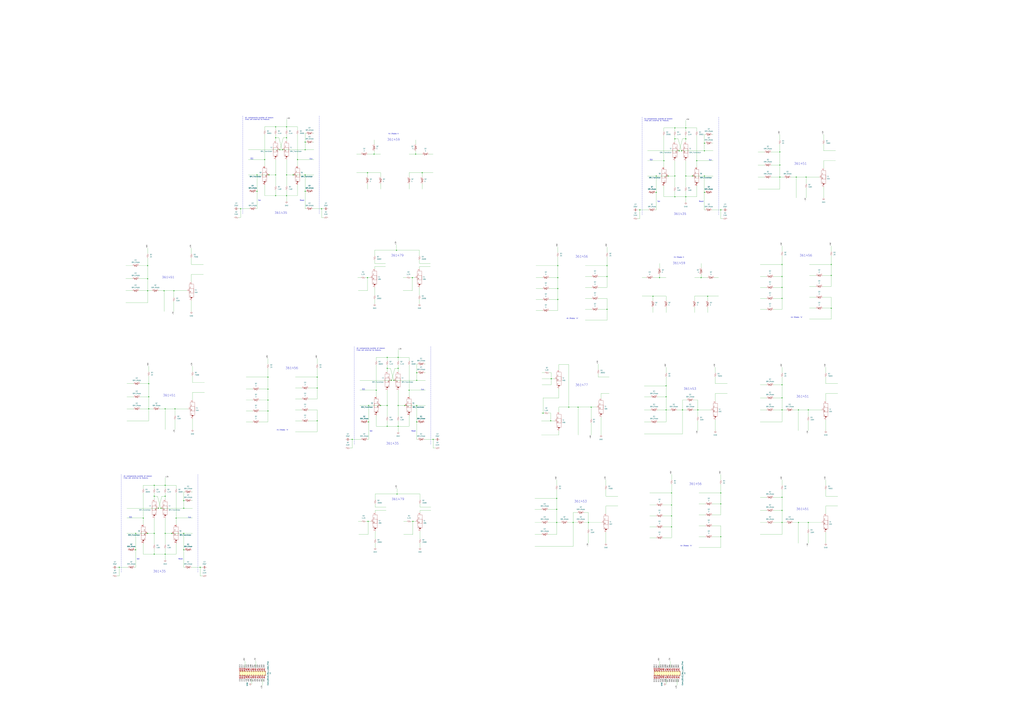
<source format=kicad_sch>
(kicad_sch (version 20211123) (generator eeschema)
  (paper "A0")
  (junction (at 325.12 173.99))
  (junction (at 408.94 510.54))
  (junction (at 783.59 204.47))
  (junction (at 191.77 563.88))
  (junction (at 427.99 471.17))
  (junction (at 783.59 161.29))
  (junction (at 483.87 471.17))
  (junction (at 908.05 607.06))
  (junction (at 171.45 619.76))
  (junction (at 704.85 321.31))
  (junction (at 186.69 590.55))
  (junction (at 683.26 607.06))
  (junction (at 311.15 452.12))
  (junction (at 803.91 204.47))
  (junction (at 204.47 601.9732))
  (junction (at 449.58 415.29))
  (junction (at 461.01 574.04))
  (junction (at 783.59 148.59))
  (junction (at 434.34 179.07))
  (junction (at 172.72 474.98))
  (junction (at 340.36 203.2))
  (junction (at 927.1 607.06))
  (junction (at 190.5 337.82))
  (junction (at 908.05 577.85))
  (junction (at 908.05 462.28))
  (junction (at 817.88 223.52))
  (junction (at 836.93 623.57))
  (junction (at 796.29 148.59))
  (junction (at 368.3 438.15))
  (junction (at 449.58 427.99))
  (junction (at 279.4 242.57))
  (junction (at 354.33 173.99))
  (junction (at 454.66 441.96))
  (junction (at 191.77 643.89))
  (junction (at 332.74 160.02))
  (junction (at 171.45 337.82))
  (junction (at 191.77 474.98))
  (junction (at 191.77 619.76))
  (junction (at 427.355 605.79))
  (junction (at 773.43 461.01))
  (junction (at 311.15 438.15))
  (junction (at 792.48 476.25))
  (junction (at 307.34 185.42))
  (junction (at 172.72 461.01))
  (junction (at 704.85 308.61))
  (junction (at 213.36 590.55))
  (junction (at 184.15 590.55))
  (junction (at 758.19 344.17))
  (junction (at 345.44 185.4132))
  (junction (at 320.04 160.02))
  (junction (at 213.36 581.66))
  (junction (at 773.43 476.25))
  (junction (at 640.08 440.055))
  (junction (at 426.72 200.66))
  (junction (at 908.05 476.25))
  (junction (at 311.15 477.52))
  (junction (at 779.78 586.74))
  (junction (at 320.04 227.33))
  (junction (at 908.05 307.34))
  (junction (at 908.05 593.09))
  (junction (at 908.05 334.01))
  (junction (at 320.04 203.2))
  (junction (at 312.42 203.2))
  (junction (at 502.92 510.54))
  (junction (at 779.78 599.44))
  (junction (at 762 223.52))
  (junction (at 462.28 427.99))
  (junction (at 779.78 612.14))
  (junction (at 483.87 433.07))
  (junction (at 483.87 441.96))
  (junction (at 201.93 337.82))
  (junction (at 686.435 473.075))
  (junction (at 671.195 473.075))
  (junction (at 462.28 495.3))
  (junction (at 808.99 186.6832))
  (junction (at 775.97 204.47))
  (junction (at 449.58 471.17))
  (junction (at 796.29 228.6))
  (junction (at 436.88 453.39))
  (junction (at 213.36 619.76))
  (junction (at 791.21 175.26))
  (junction (at 630.555 480.06))
  (junction (at 199.39 619.76))
  (junction (at 647.7 335.28))
  (junction (at 924.56 205.74))
  (junction (at 783.59 228.6))
  (junction (at 332.74 203.2))
  (junction (at 462.28 471.17))
  (junction (at 817.88 166.37))
  (junction (at 298.45 203.2))
  (junction (at 965.2 320.04))
  (junction (at 373.38 242.57))
  (junction (at 157.48 638.81))
  (junction (at 814.07 322.58))
  (junction (at 646.43 579.12))
  (junction (at 965.2 307.34))
  (junction (at 938.53 476.25))
  (junction (at 171.45 308.61))
  (junction (at 469.9 471.17))
  (junction (at 191.77 576.58))
  (junction (at 320.04 147.32))
  (junction (at 138.43 659.13))
  (junction (at 639.445 488.95))
  (junction (at 965.2 358.14))
  (junction (at 908.05 447.04))
  (junction (at 742.95 243.84))
  (junction (at 179.07 619.76))
  (junction (at 479.425 605.79))
  (junction (at 817.88 204.47))
  (junction (at 704.85 359.41))
  (junction (at 938.53 607.06))
  (junction (at 905.51 191.77))
  (junction (at 203.2 474.98))
  (junction (at 836.93 572.77))
  (junction (at 935.99 205.74))
  (junction (at 179.07 563.88))
  (junction (at 908.05 321.31))
  (junction (at 770.89 186.69))
  (junction (at 232.41 659.13))
  (junction (at 762 204.47))
  (junction (at 647.7 347.98))
  (junction (at 483.87 490.22))
  (junction (at 354.33 165.1))
  (junction (at 354.33 222.25))
  (junction (at 354.33 203.2))
  (junction (at 660.4 473.075))
  (junction (at 172.72 445.77))
  (junction (at 213.36 638.81))
  (junction (at 796.29 161.29))
  (junction (at 327.66 173.99))
  (junction (at 765.81 322.58))
  (junction (at 426.72 322.58))
  (junction (at 332.74 227.33))
  (junction (at 905.51 205.74))
  (junction (at 905.51 176.53))
  (junction (at 474.98 453.3832))
  (junction (at 179.07 576.58))
  (junction (at 817.88 175.26))
  (junction (at 908.05 346.71))
  (junction (at 821.69 344.17))
  (junction (at 779.78 572.77))
  (junction (at 332.74 147.32))
  (junction (at 427.99 490.22))
  (junction (at 788.67 175.26))
  (junction (at 460.375 290.83))
  (junction (at 647.7 308.61))
  (junction (at 368.3 450.85))
  (junction (at 171.45 323.85))
  (junction (at 646.43 607.06))
  (junction (at 166.37 601.98))
  (junction (at 647.7 322.58))
  (junction (at 179.07 643.89))
  (junction (at 462.28 415.29))
  (junction (at 796.29 204.47))
  (junction (at 449.58 495.3))
  (junction (at 457.2 441.96))
  (junction (at 478.79 322.58))
  (junction (at 311.15 464.82))
  (junction (at 836.93 243.84))
  (junction (at 368.3 488.95))
  (junction (at 482.6 179.07))
  (junction (at 665.48 607.06))
  (junction (at 298.45 222.25))
  (junction (at 646.43 591.82))
  (junction (at 773.43 448.31))
  (junction (at 927.1 476.25))
  (junction (at 490.22 200.66))
  (junction (at 836.93 585.47))
  (junction (at 441.96 471.17))
  (junction (at 810.26 476.25))
  (junction (at 157.48 619.76))
  (wire (pts (xy 939.8 370.84) (xy 965.2 370.84)))
  (wire (pts (xy 814.07 322.58) (xy 806.45 322.58)))
  (wire (pts (xy 908.05 593.09) (xy 897.89 593.09)))
  (wire (pts (xy 773.43 426.72) (xy 773.43 433.07)))
  (wire (pts (xy 332.74 203.2) (xy 332.74 215.9)))
  (wire (pts (xy 414.02 179.07) (xy 419.1 179.07)))
  (wire (pts (xy 213.36 638.81) (xy 213.36 659.13)))
  (wire (pts (xy 354.33 203.2) (xy 364.49 203.2)))
  (wire (pts (xy 679.45 321.31) (xy 687.07 321.31)))
  (wire (pts (xy 792.48 504.19) (xy 748.03 504.19)))
  (wire (pts (xy 935.99 218.44) (xy 935.99 229.87)))
  (wire (pts (xy 826.77 585.47) (xy 836.93 585.47)))
  (wire (pts (xy 826.77 156.21) (xy 828.04 156.21)))
  (wire (pts (xy 426.72 200.66) (xy 426.72 205.74)))
  (wire (pts (xy 434.975 309.88) (xy 447.675 309.88)))
  (wire (pts (xy 792.48 464.82) (xy 792.48 476.25)))
  (wire (pts (xy 704.85 287.02) (xy 704.85 293.37)))
  (wire (pts (xy 796.29 157.48) (xy 796.29 161.29)))
  (wire (pts (xy 908.05 426.72) (xy 908.05 433.07)))
  (wire (pts (xy 958.85 588.01) (xy 972.82 588.01)))
  (wire (pts (xy 770.89 157.48) (xy 770.89 186.69)))
  (wire (pts (xy 808.99 215.9) (xy 808.99 228.6)))
  (wire (pts (xy 492.76 433.07) (xy 494.03 433.07)))
  (wire (pts (xy 927.1 631.19) (xy 927.1 607.06)))
  (wire (pts (xy 770.89 148.59) (xy 783.59 148.59)))
  (wire (pts (xy 882.65 321.31) (xy 890.27 321.31)))
  (wire (pts (xy 796.29 228.6) (xy 796.29 234.95)))
  (wire (pts (xy 358.14 463.55) (xy 368.3 463.55)))
  (wire (pts (xy 770.89 186.69) (xy 770.89 194.31)))
  (wire (pts (xy 162.56 474.98) (xy 172.72 474.98)))
  (wire (pts (xy 636.905 480.06) (xy 639.445 480.06)))
  (wire (pts (xy 187.96 576.58) (xy 184.15 590.55)))
  (wire (pts (xy 345.44 185.4132) (xy 364.49 185.4132)))
  (wire (pts (xy 311.15 438.15) (xy 311.15 427.99)))
  (wire (pts (xy 839.47 254) (xy 836.93 254)))
  (wire (pts (xy 694.69 334.01) (xy 704.85 334.01)))
  (wire (pts (xy 742.95 243.84) (xy 740.41 243.84)))
  (wire (pts (xy 449.58 427.99) (xy 453.39 427.99)))
  (wire (pts (xy 646.43 607.06) (xy 636.27 607.06)))
  (wire (pts (xy 449.58 471.17) (xy 449.58 483.87)))
  (wire (pts (xy 179.07 576.58) (xy 179.07 580.39)))
  (wire (pts (xy 762 204.47) (xy 762 223.52)))
  (wire (pts (xy 908.05 447.04) (xy 897.89 447.04)))
  (wire (pts (xy 232.41 669.29) (xy 232.41 659.13)))
  (wire (pts (xy 640.08 433.07) (xy 640.08 440.055)))
  (wire (pts (xy 751.84 186.69) (xy 770.89 186.69)))
  (wire (pts (xy 622.3 347.98) (xy 629.92 347.98)))
  (wire (pts (xy 965.2 285.75) (xy 965.2 292.1)))
  (wire (pts (xy 882.65 577.85) (xy 890.27 577.85)))
  (wire (pts (xy 808.99 186.6832) (xy 808.99 194.31)))
  (wire (pts (xy 836.93 572.77) (xy 836.93 562.61)))
  (wire (pts (xy 311.15 464.82) (xy 311.15 477.52)))
  (wire (pts (xy 783.59 157.48) (xy 783.59 161.29)))
  (wire (pts (xy 487.68 574.04) (xy 487.68 580.39)))
  (wire (pts (xy 938.53 619.76) (xy 938.53 631.19)))
  (wire (pts (xy 648.97 478.79) (xy 648.97 473.075)))
  (wire (pts (xy 292.1 788.67) (xy 292.1 795.02)))
  (wire (pts (xy 748.03 461.01) (xy 755.65 461.01)))
  (wire (pts (xy 462.28 406.4) (xy 462.28 415.29)))
  (wire (pts (xy 358.14 450.85) (xy 368.3 450.85)))
  (wire (pts (xy 683.26 595.63) (xy 678.18 595.63)))
  (wire (pts (xy 817.88 223.52) (xy 819.15 223.52)))
  (wire (pts (xy 497.84 179.07) (xy 502.92 179.07)))
  (wire (pts (xy 773.43 788.67) (xy 773.43 795.02)))
  (wire (pts (xy 312.42 203.2) (xy 320.04 203.2)))
  (wire (pts (xy 426.72 200.66) (xy 441.96 200.66)))
  (wire (pts (xy 332.74 147.32) (xy 332.74 151.13)))
  (wire (pts (xy 368.3 450.85) (xy 368.3 438.15)))
  (wire (pts (xy 694.69 359.41) (xy 704.85 359.41)))
  (wire (pts (xy 417.83 441.96) (xy 454.66 441.96)))
  (wire (pts (xy 938.53 476.25) (xy 938.53 483.87)))
  (wire (pts (xy 483.87 441.96) (xy 494.03 441.96)))
  (wire (pts (xy 171.45 299.72) (xy 171.45 308.61)))
  (wire (pts (xy 908.05 577.85) (xy 897.89 577.85)))
  (wire (pts (xy 765.81 306.07) (xy 765.81 311.15)))
  (wire (pts (xy 897.89 321.31) (xy 908.05 321.31)))
  (wire (pts (xy 648.97 473.075) (xy 660.4 473.075)))
  (wire (pts (xy 646.43 591.82) (xy 646.43 607.06)))
  (wire (pts (xy 955.04 345.44) (xy 965.2 345.44)))
  (wire (pts (xy 332.74 227.33) (xy 332.74 233.68)))
  (wire (pts (xy 332.74 147.32) (xy 345.44 147.32)))
  (wire (pts (xy 191.77 474.98) (xy 203.2 474.98)))
  (wire (pts (xy 803.91 204.47) (xy 817.88 204.47)))
  (wire (pts (xy 779.78 586.74) (xy 779.78 599.44)))
  (wire (pts (xy 808.99 228.6) (xy 796.29 228.6)))
  (wire (pts (xy 213.36 619.76) (xy 223.52 619.76)))
  (wire (pts (xy 449.58 424.18) (xy 449.58 427.99)))
  (wire (pts (xy 427.99 510.54) (xy 426.72 510.54)))
  (wire (pts (xy 679.45 346.71) (xy 687.07 346.71)))
  (wire (pts (xy 779.78 572.77) (xy 779.78 562.61)))
  (wire (pts (xy 483.87 471.17) (xy 494.03 471.17)))
  (wire (pts (xy 826.77 623.57) (xy 836.93 623.57)))
  (wire (pts (xy 965.2 307.34) (xy 965.2 297.18)))
  (wire (pts (xy 373.38 252.73) (xy 373.38 242.57)))
  (wire (pts (xy 646.43 591.82) (xy 636.27 591.82)))
  (wire (pts (xy 190.5 337.82) (xy 201.93 337.82)))
  (wire (pts (xy 670.56 595.63) (xy 665.48 595.63)))
  (wire (pts (xy 821.69 356.87) (xy 821.69 363.22)))
  (wire (pts (xy 436.88 453.39) (xy 436.88 461.01)))
  (wire (pts (xy 222.25 659.13) (xy 232.41 659.13)))
  (wire (pts (xy 694.69 434.34) (xy 694.69 438.15)))
  (wire (pts (xy 648.97 429.895) (xy 648.97 423.545)))
  (wire (pts (xy 762 243.84) (xy 760.73 243.84)))
  (wire (pts (xy 487.68 589.28) (xy 500.38 589.28)))
  (wire (pts (xy 320.04 203.2) (xy 320.04 215.9)))
  (wire (pts (xy 908.05 593.09) (xy 908.05 607.06)))
  (wire (pts (xy 694.69 438.15) (xy 707.39 438.15)))
  (wire (pts (xy 908.05 321.31) (xy 908.05 334.01)))
  (wire (pts (xy 223.52 444.5) (xy 237.49 444.5)))
  (wire (pts (xy 332.74 203.2) (xy 340.36 203.2)))
  (wire (pts (xy 232.41 659.13) (xy 234.95 659.13)))
  (wire (pts (xy 427.99 490.22) (xy 427.99 510.54)))
  (wire (pts (xy 474.98 424.18) (xy 474.98 453.3832)))
  (wire (pts (xy 417.83 453.39) (xy 436.88 453.39)))
  (wire (pts (xy 808.99 148.59) (xy 808.99 152.4)))
  (wire (pts (xy 408.94 520.7) (xy 408.94 510.54)))
  (wire (pts (xy 758.19 344.17) (xy 758.19 349.25)))
  (wire (pts (xy 279.4 252.73) (xy 279.4 242.57)))
  (wire (pts (xy 457.2 441.96) (xy 483.87 441.96)))
  (wire (pts (xy 806.45 356.87) (xy 806.45 363.22)))
  (wire (pts (xy 368.3 416.56) (xy 368.3 422.91)))
  (wire (pts (xy 300.99 464.82) (xy 311.15 464.82)))
  (wire (pts (xy 965.2 345.44) (xy 965.2 358.14)))
  (wire (pts (xy 179.07 637.54) (xy 179.07 643.89)))
  (wire (pts (xy 821.69 322.58) (xy 814.07 322.58)))
  (wire (pts (xy 765.81 318.77) (xy 765.81 322.58)))
  (wire (pts (xy 462.28 488.95) (xy 462.28 495.3)))
  (wire (pts (xy 647.7 308.61) (xy 647.7 298.45)))
  (wire (pts (xy 483.87 433.07) (xy 485.14 433.07)))
  (wire (pts (xy 482.6 179.07) (xy 474.98 179.07)))
  (wire (pts (xy 453.39 427.99) (xy 457.2 441.96)))
  (wire (pts (xy 882.65 476.25) (xy 890.27 476.25)))
  (wire (pts (xy 648.97 423.545) (xy 660.4 423.545)))
  (wire (pts (xy 345.44 156.21) (xy 345.44 185.4132)))
  (wire (pts (xy 796.29 161.29) (xy 792.48 161.29)))
  (wire (pts (xy 897.89 476.25) (xy 908.05 476.25)))
  (wire (pts (xy 441.96 205.74) (xy 441.96 200.66)))
  (wire (pts (xy 279.4 242.57) (xy 289.56 242.57)))
  (wire (pts (xy 773.43 490.22) (xy 773.43 476.25)))
  (wire (pts (xy 754.38 612.14) (xy 762 612.14)))
  (wire (pts (xy 487.68 593.09) (xy 500.38 593.09)))
  (wire (pts (xy 679.45 372.11) (xy 704.85 372.11)))
  (wire (pts (xy 697.865 462.915) (xy 697.865 457.2)))
  (wire (pts (xy 332.74 156.21) (xy 332.74 160.02)))
  (wire (pts (xy 483.87 422.91) (xy 485.14 422.91)))
  (wire (pts (xy 487.68 585.47) (xy 487.68 589.28)))
  (wire (pts (xy 958.85 426.72) (xy 958.85 433.07)))
  (wire (pts (xy 769.62 624.84) (xy 779.78 624.84)))
  (wire (pts (xy 796.29 139.7) (xy 796.29 148.59)))
  (polyline (pts (xy 229.87 551.18) (xy 229.87 665.48)))
  (wire (pts (xy 363.22 242.57) (xy 373.38 242.57)))
  (wire (pts (xy 204.47 563.88) (xy 204.47 567.69)))
  (wire (pts (xy 288.29 173.99) (xy 325.12 173.99)))
  (wire (pts (xy 703.58 557.53) (xy 703.58 563.88)))
  (wire (pts (xy 483.87 471.17) (xy 483.87 490.22)))
  (wire (pts (xy 298.45 203.2) (xy 312.42 203.2)))
  (wire (pts (xy 467.995 322.58) (xy 471.805 322.58)))
  (wire (pts (xy 810.26 476.25) (xy 825.5 476.25)))
  (wire (pts (xy 204.47 643.89) (xy 191.77 643.89)))
  (wire (pts (xy 796.29 204.47) (xy 803.91 204.47)))
  (wire (pts (xy 647.7 322.58) (xy 647.7 335.28)))
  (wire (pts (xy 671.195 473.075) (xy 671.195 505.46)))
  (wire (pts (xy 157.48 638.81) (xy 157.48 659.13)))
  (wire (pts (xy 836.93 585.47) (xy 836.93 572.77)))
  (wire (pts (xy 342.9 476.25) (xy 350.52 476.25)))
  (wire (pts (xy 956.31 175.26) (xy 970.28 175.26)))
  (wire (pts (xy 477.52 605.79) (xy 479.425 605.79)))
  (wire (pts (xy 171.45 351.79) (xy 171.45 337.82)))
  (wire (pts (xy 502.92 520.7) (xy 502.92 510.54)))
  (wire (pts (xy 704.85 346.71) (xy 704.85 359.41)))
  (wire (pts (xy 679.45 334.01) (xy 687.07 334.01)))
  (wire (pts (xy 646.43 621.03) (xy 646.43 607.06)))
  (wire (pts (xy 770.89 228.6) (xy 770.89 215.9)))
  (wire (pts (xy 773.43 461.01) (xy 763.27 461.01)))
  (wire (pts (xy 955.04 358.14) (xy 965.2 358.14)))
  (wire (pts (xy 285.75 490.22) (xy 293.37 490.22)))
  (wire (pts (xy 297.18 768.35) (xy 297.18 775.97)))
  (wire (pts (xy 958.85 445.77) (xy 972.82 445.77)))
  (wire (pts (xy 182.88 576.58) (xy 186.69 590.55)))
  (wire (pts (xy 927.1 607.06) (xy 938.53 607.06)))
  (wire (pts (xy 223.52 425.45) (xy 223.52 431.8)))
  (wire (pts (xy 304.8 788.67) (xy 304.8 796.29)))
  (wire (pts (xy 416.56 621.03) (xy 427.355 621.03)))
  (wire (pts (xy 203.2 487.68) (xy 203.2 499.11)))
  (wire (pts (xy 880.11 205.74) (xy 887.73 205.74)))
  (wire (pts (xy 905.51 191.77) (xy 905.51 205.74)))
  (wire (pts (xy 806.45 349.25) (xy 806.45 344.17)))
  (wire (pts (xy 191.77 601.98) (xy 191.77 619.76)))
  (wire (pts (xy 482.6 175.26) (xy 482.6 179.07)))
  (wire (pts (xy 817.88 223.52) (xy 817.88 243.84)))
  (wire (pts (xy 191.77 499.11) (xy 191.77 474.98)))
  (wire (pts (xy 817.88 156.21) (xy 817.88 166.37)))
  (wire (pts (xy 408.94 510.54) (xy 419.1 510.54)))
  (wire (pts (xy 821.69 344.17) (xy 806.45 344.17)))
  (wire (pts (xy 955.04 332.74) (xy 965.2 332.74)))
  (wire (pts (xy 434.34 175.26) (xy 434.34 179.07)))
  (wire (pts (xy 157.48 619.76) (xy 157.48 638.81)))
  (wire (pts (xy 298.45 242.57) (xy 297.18 242.57)))
  (wire (pts (xy 703.58 596.9) (xy 703.58 588.01)))
  (wire (pts (xy 648.97 462.28) (xy 630.555 462.28)))
  (wire (pts (xy 478.79 337.82) (xy 478.79 322.58)))
  (wire (pts (xy 307.34 147.32) (xy 320.04 147.32)))
  (wire (pts (xy 758.19 322.58) (xy 765.81 322.58)))
  (wire (pts (xy 147.32 601.98) (xy 166.37 601.98)))
  (wire (pts (xy 424.815 605.79) (xy 427.355 605.79)))
  (wire (pts (xy 487.045 290.83) (xy 487.045 297.18)))
  (wire (pts (xy 223.52 486.41) (xy 223.52 499.11)))
  (wire (pts (xy 138.43 659.13) (xy 135.89 659.13)))
  (wire (pts (xy 817.88 166.37) (xy 817.88 175.26)))
  (wire (pts (xy 323.85 160.02) (xy 327.66 173.99)))
  (wire (pts (xy 830.58 438.15) (xy 830.58 445.77)))
  (wire (pts (xy 880.11 176.53) (xy 887.73 176.53)))
  (wire (pts (xy 748.03 490.22) (xy 755.65 490.22)))
  (wire (pts (xy 704.85 308.61) (xy 704.85 298.45)))
  (wire (pts (xy 449.58 415.29) (xy 449.58 419.1)))
  (wire (pts (xy 222.25 288.29) (xy 222.25 294.64)))
  (wire (pts (xy 487.68 617.22) (xy 487.68 626.11)))
  (wire (pts (xy 621.03 591.82) (xy 628.65 591.82)))
  (wire (pts (xy 186.69 590.55) (xy 213.36 590.55)))
  (wire (pts (xy 939.8 307.34) (xy 965.2 307.34)))
  (wire (pts (xy 773.43 356.87) (xy 773.43 363.22)))
  (wire (pts (xy 179.07 563.88) (xy 179.07 567.69)))
  (wire (pts (xy 621.03 579.12) (xy 646.43 579.12)))
  (wire (pts (xy 660.4 473.075) (xy 671.195 473.075)))
  (wire (pts (xy 836.93 636.27) (xy 836.93 623.57)))
  (wire (pts (xy 745.49 344.17) (xy 758.19 344.17)))
  (wire (pts (xy 179.07 643.89) (xy 166.37 643.89)))
  (wire (pts (xy 694.69 346.71) (xy 704.85 346.71)))
  (wire (pts (xy 204.47 572.77) (xy 204.47 601.9732)))
  (wire (pts (xy 474.98 453.3832) (xy 494.03 453.3832)))
  (wire (pts (xy 441.96 471.17) (xy 449.58 471.17)))
  (wire (pts (xy 908.05 568.96) (xy 908.05 577.85)))
  (wire (pts (xy 487.68 595.63) (xy 487.68 593.09)))
  (wire (pts (xy 629.285 447.04) (xy 640.08 447.04)))
  (polyline (pts (xy 500.38 402.59) (xy 500.38 516.89)))
  (wire (pts (xy 811.53 598.17) (xy 819.15 598.17)))
  (wire (pts (xy 462.28 415.29) (xy 462.28 419.1)))
  (wire (pts (xy 204.47 601.9732) (xy 223.52 601.9732)))
  (wire (pts (xy 811.53 623.57) (xy 819.15 623.57)))
  (wire (pts (xy 191.77 619.76) (xy 191.77 632.46)))
  (wire (pts (xy 342.9 501.65) (xy 368.3 501.65)))
  (wire (pts (xy 773.43 438.15) (xy 773.43 448.31)))
  (wire (pts (xy 449.58 415.29) (xy 462.28 415.29)))
  (wire (pts (xy 630.555 462.28) (xy 630.555 480.06)))
  (wire (pts (xy 769.62 599.44) (xy 779.78 599.44)))
  (wire (pts (xy 191.77 554.99) (xy 191.77 563.88)))
  (wire (pts (xy 958.85 438.15) (xy 958.85 445.77)))
  (wire (pts (xy 629.285 433.07) (xy 632.46 433.07)))
  (wire (pts (xy 882.65 593.09) (xy 890.27 593.09)))
  (wire (pts (xy 905.51 219.71) (xy 905.51 205.74)))
  (wire (pts (xy 342.9 438.15) (xy 368.3 438.15)))
  (wire (pts (xy 880.11 191.77) (xy 887.73 191.77)))
  (wire (pts (xy 908.05 447.04) (xy 908.05 462.28)))
  (wire (pts (xy 762 204.47) (xy 775.97 204.47)))
  (wire (pts (xy 467.995 337.82) (xy 478.79 337.82)))
  (wire (pts (xy 441.96 213.36) (xy 441.96 219.71)))
  (wire (pts (xy 683.26 607.06) (xy 698.5 607.06)))
  (wire (pts (xy 829.31 322.58) (xy 834.39 322.58)))
  (wire (pts (xy 434.34 179.07) (xy 441.96 179.07)))
  (wire (pts (xy 908.05 490.22) (xy 908.05 476.25)))
  (wire (pts (xy 621.03 621.03) (xy 628.65 621.03)))
  (wire (pts (xy 817.88 156.21) (xy 819.15 156.21)))
  (wire (pts (xy 222.25 318.77) (xy 236.22 318.77)))
  (wire (pts (xy 697.865 457.2) (xy 707.39 457.2)))
  (wire (pts (xy 646.43 607.06) (xy 651.51 607.06)))
  (wire (pts (xy 191.77 563.88) (xy 191.77 567.69)))
  (wire (pts (xy 354.33 165.1) (xy 354.33 173.99)))
  (wire (pts (xy 146.05 308.61) (xy 153.67 308.61)))
  (polyline (pts (xy 745.49 135.89) (xy 745.49 250.19)))
  (wire (pts (xy 161.29 337.82) (xy 171.45 337.82)))
  (wire (pts (xy 622.3 322.58) (xy 629.92 322.58)))
  (wire (pts (xy 704.85 334.01) (xy 704.85 321.31)))
  (wire (pts (xy 487.045 306.07) (xy 499.745 306.07)))
  (wire (pts (xy 368.3 501.65) (xy 368.3 488.95)))
  (wire (pts (xy 345.44 147.32) (xy 345.44 151.13)))
  (wire (pts (xy 424.18 322.58) (xy 426.72 322.58)))
  (wire (pts (xy 660.4 423.545) (xy 660.4 473.075)))
  (wire (pts (xy 647.7 347.98) (xy 647.7 360.68)))
  (wire (pts (xy 769.62 612.14) (xy 779.78 612.14)))
  (wire (pts (xy 417.83 471.17) (xy 427.99 471.17)))
  (wire (pts (xy 773.43 461.01) (xy 773.43 476.25)))
  (wire (pts (xy 637.54 335.28) (xy 647.7 335.28)))
  (wire (pts (xy 630.555 480.06) (xy 631.825 480.06)))
  (polyline (pts (xy 281.94 134.62) (xy 281.94 248.92)))
  (wire (pts (xy 166.37 601.98) (xy 166.37 609.6)))
  (wire (pts (xy 640.08 440.055) (xy 643.89 440.055)))
  (wire (pts (xy 665.48 607.06) (xy 670.56 607.06)))
  (wire (pts (xy 897.89 346.71) (xy 908.05 346.71)))
  (wire (pts (xy 671.195 473.075) (xy 686.435 473.075)))
  (wire (pts (xy 373.38 242.57) (xy 375.92 242.57)))
  (wire (pts (xy 938.53 488.95) (xy 938.53 500.38)))
  (wire (pts (xy 213.36 590.55) (xy 223.52 590.55)))
  (wire (pts (xy 882.65 490.22) (xy 908.05 490.22)))
  (wire (pts (xy 956.31 156.21) (xy 956.31 162.56)))
  (wire (pts (xy 427.99 471.17) (xy 427.99 490.22)))
  (wire (pts (xy 882.65 607.06) (xy 890.27 607.06)))
  (wire (pts (xy 834.39 344.17) (xy 821.69 344.17)))
  (wire (pts (xy 191.77 643.89) (xy 191.77 650.24)))
  (wire (pts (xy 628.65 505.46) (xy 648.97 505.46)))
  (wire (pts (xy 826.77 598.17) (xy 836.93 598.17)))
  (wire (pts (xy 927.1 500.38) (xy 927.1 476.25)))
  (wire (pts (xy 686.435 491.49) (xy 686.435 505.46)))
  (wire (pts (xy 191.77 563.88) (xy 204.47 563.88)))
  (wire (pts (xy 814.07 306.07) (xy 814.07 311.15)))
  (wire (pts (xy 354.33 154.94) (xy 354.33 165.1)))
  (wire (pts (xy 460.375 290.83) (xy 487.045 290.83)))
  (wire (pts (xy 882.65 346.71) (xy 890.27 346.71)))
  (wire (pts (xy 905.51 205.74) (xy 910.59 205.74)))
  (wire (pts (xy 435.61 595.63) (xy 435.61 593.09)))
  (wire (pts (xy 222.25 349.25) (xy 222.25 361.95)))
  (wire (pts (xy 147.32 461.01) (xy 154.94 461.01)))
  (wire (pts (xy 191.77 572.77) (xy 191.77 576.58)))
  (wire (pts (xy 754.38 572.77) (xy 779.78 572.77)))
  (wire (pts (xy 908.05 462.28) (xy 897.89 462.28)))
  (wire (pts (xy 958.85 487.68) (xy 958.85 500.38)))
  (wire (pts (xy 938.53 607.06) (xy 938.53 614.68)))
  (wire (pts (xy 908.05 557.53) (xy 908.05 563.88)))
  (wire (pts (xy 222.25 299.72) (xy 222.25 307.34)))
  (wire (pts (xy 435.61 617.22) (xy 435.61 626.11)))
  (wire (pts (xy 908.05 307.34) (xy 908.05 321.31)))
  (wire (pts (xy 458.47 427.99) (xy 454.66 441.96)))
  (wire (pts (xy 179.07 619.76) (xy 179.07 601.98)))
  (wire (pts (xy 354.33 165.1) (xy 355.6 165.1)))
  (wire (pts (xy 435.61 589.28) (xy 448.31 589.28)))
  (wire (pts (xy 345.44 214.63) (xy 345.44 227.33)))
  (wire (pts (xy 882.65 334.01) (xy 890.27 334.01)))
  (wire (pts (xy 223.52 455.93) (xy 237.49 455.93)))
  (wire (pts (xy 492.76 510.54) (xy 502.92 510.54)))
  (wire (pts (xy 927.1 476.25) (xy 938.53 476.25)))
  (wire (pts (xy 171.45 323.85) (xy 161.29 323.85)))
  (wire (pts (xy 300.99 452.12) (xy 311.15 452.12)))
  (wire (pts (xy 213.36 571.5) (xy 214.63 571.5)))
  (wire (pts (xy 908.05 462.28) (xy 908.05 476.25)))
  (wire (pts (xy 647.7 308.61) (xy 647.7 322.58)))
  (wire (pts (xy 897.89 607.06) (xy 908.05 607.06)))
  (wire (pts (xy 234.95 669.29) (xy 232.41 669.29)))
  (wire (pts (xy 462.28 427.99) (xy 462.28 431.8)))
  (wire (pts (xy 427.99 490.22) (xy 426.72 490.22)))
  (wire (pts (xy 363.22 165.1) (xy 364.49 165.1)))
  (wire (pts (xy 171.45 337.82) (xy 176.53 337.82)))
  (wire (pts (xy 483.87 490.22) (xy 483.87 510.54)))
  (wire (pts (xy 462.28 471.17) (xy 462.28 483.87)))
  (wire (pts (xy 479.425 605.79) (xy 482.6 605.79)))
  (wire (pts (xy 810.26 464.82) (xy 805.18 464.82)))
  (wire (pts (xy 646.43 568.96) (xy 646.43 579.12)))
  (wire (pts (xy 483.87 490.22) (xy 485.14 490.22)))
  (wire (pts (xy 307.34 147.32) (xy 307.34 151.13)))
  (polyline (pts (xy 370.84 134.62) (xy 370.84 248.92)))
  (wire (pts (xy 751.84 204.47) (xy 762 204.47)))
  (wire (pts (xy 826.77 166.37) (xy 828.04 166.37)))
  (wire (pts (xy 449.58 495.3) (xy 436.88 495.3)))
  (wire (pts (xy 830.58 426.72) (xy 830.58 433.07)))
  (wire (pts (xy 415.925 605.79) (xy 419.735 605.79)))
  (wire (pts (xy 763.27 490.22) (xy 773.43 490.22)))
  (wire (pts (xy 358.14 488.95) (xy 368.3 488.95)))
  (wire (pts (xy 358.14 476.25) (xy 368.3 476.25)))
  (wire (pts (xy 427.355 621.03) (xy 427.355 605.79)))
  (wire (pts (xy 138.43 669.29) (xy 138.43 659.13)))
  (wire (pts (xy 462.28 495.3) (xy 449.58 495.3)))
  (wire (pts (xy 908.05 307.34) (xy 908.05 297.18)))
  (wire (pts (xy 762 223.52) (xy 760.73 223.52)))
  (wire (pts (xy 204.47 601.9732) (xy 204.47 609.6)))
  (wire (pts (xy 703.58 576.58) (xy 717.55 576.58)))
  (wire (pts (xy 179.07 563.88) (xy 191.77 563.88)))
  (wire (pts (xy 276.86 252.73) (xy 279.4 252.73)))
  (wire (pts (xy 939.8 320.04) (xy 947.42 320.04)))
  (wire (pts (xy 285.75 452.12) (xy 293.37 452.12)))
  (wire (pts (xy 474.98 482.6) (xy 474.98 495.3)))
  (wire (pts (xy 179.07 572.77) (xy 179.07 576.58)))
  (wire (pts (xy 773.43 476.25) (xy 778.51 476.25)))
  (wire (pts (xy 783.59 222.25) (xy 783.59 228.6)))
  (wire (pts (xy 368.3 463.55) (xy 368.3 450.85)))
  (wire (pts (xy 479.425 621.03) (xy 479.425 605.79)))
  (wire (pts (xy 172.72 488.95) (xy 172.72 474.98)))
  (wire (pts (xy 483.87 510.54) (xy 485.14 510.54)))
  (wire (pts (xy 938.53 607.06) (xy 953.77 607.06)))
  (wire (pts (xy 628.65 480.06) (xy 630.555 480.06)))
  (wire (pts (xy 817.88 166.37) (xy 819.15 166.37)))
  (polyline (pts (xy 411.48 402.59) (xy 411.48 516.89)))
  (wire (pts (xy 836.93 243.84) (xy 839.47 243.84)))
  (wire (pts (xy 805.18 476.25) (xy 810.26 476.25)))
  (wire (pts (xy 686.435 473.075) (xy 686.435 486.41)))
  (wire (pts (xy 908.05 346.71) (xy 908.05 359.41)))
  (wire (pts (xy 435.61 585.47) (xy 435.61 589.28)))
  (wire (pts (xy 462.28 415.29) (xy 474.98 415.29)))
  (wire (pts (xy 796.29 222.25) (xy 796.29 228.6)))
  (wire (pts (xy 924.56 229.87) (xy 924.56 205.74)))
  (wire (pts (xy 483.87 433.07) (xy 483.87 441.96)))
  (wire (pts (xy 462.28 424.18) (xy 462.28 427.99)))
  (wire (pts (xy 783.59 228.6) (xy 770.89 228.6)))
  (wire (pts (xy 435.61 580.39) (xy 435.61 574.04)))
  (wire (pts (xy 342.9 463.55) (xy 350.52 463.55)))
  (wire (pts (xy 474.98 453.3832) (xy 474.98 461.01)))
  (wire (pts (xy 460.375 284.48) (xy 460.375 290.83)))
  (wire (pts (xy 786.13 476.25) (xy 792.48 476.25)))
  (wire (pts (xy 905.51 176.53) (xy 905.51 191.77)))
  (wire (pts (xy 762 223.52) (xy 762 243.84)))
  (wire (pts (xy 462.28 471.17) (xy 469.9 471.17)))
  (wire (pts (xy 648.97 451.485) (xy 648.97 462.28)))
  (wire (pts (xy 636.27 621.03) (xy 646.43 621.03)))
  (wire (pts (xy 938.53 476.25) (xy 953.77 476.25)))
  (wire (pts (xy 758.19 344.17) (xy 773.43 344.17)))
  (wire (pts (xy 222.25 571.5) (xy 223.52 571.5)))
  (wire (pts (xy 908.05 476.25) (xy 913.13 476.25)))
  (wire (pts (xy 434.975 306.07) (xy 447.675 306.07)))
  (wire (pts (xy 686.435 473.075) (xy 692.785 473.075)))
  (wire (pts (xy 204.47 631.19) (xy 204.47 643.89)))
  (wire (pts (xy 345.44 185.4132) (xy 345.44 193.04)))
  (wire (pts (xy 332.74 227.33) (xy 320.04 227.33)))
  (wire (pts (xy 703.58 568.96) (xy 703.58 576.58)))
  (wire (pts (xy 817.88 175.26) (xy 828.04 175.26)))
  (wire (pts (xy 300.99 490.22) (xy 311.15 490.22)))
  (wire (pts (xy 462.28 495.3) (xy 462.28 501.65)))
  (wire (pts (xy 908.05 438.15) (xy 908.05 447.04)))
  (wire (pts (xy 830.58 457.2) (xy 844.55 457.2)))
  (wire (pts (xy 895.35 205.74) (xy 905.51 205.74)))
  (wire (pts (xy 201.93 350.52) (xy 201.93 361.95)))
  (wire (pts (xy 320.04 160.02) (xy 323.85 160.02)))
  (wire (pts (xy 279.4 242.57) (xy 276.86 242.57)))
  (wire (pts (xy 836.93 610.87) (xy 836.93 623.57)))
  (wire (pts (xy 327.66 173.99) (xy 354.33 173.99)))
  (wire (pts (xy 332.74 160.02) (xy 328.93 160.02)))
  (wire (pts (xy 478.79 322.58) (xy 481.965 322.58)))
  (wire (pts (xy 665.48 595.63) (xy 665.48 607.06)))
  (wire (pts (xy 146.05 337.82) (xy 153.67 337.82)))
  (wire (pts (xy 434.34 162.56) (xy 434.34 167.64)))
  (wire (pts (xy 191.77 576.58) (xy 187.96 576.58)))
  (wire (pts (xy 307.34 156.21) (xy 307.34 185.42)))
  (wire (pts (xy 172.72 436.88) (xy 172.72 445.77)))
  (wire (pts (xy 449.58 471.17) (xy 449.58 453.39)))
  (wire (pts (xy 502.92 510.54) (xy 505.46 510.54)))
  (wire (pts (xy 166.37 563.88) (xy 179.07 563.88)))
  (wire (pts (xy 285.75 438.15) (xy 311.15 438.15)))
  (wire (pts (xy 298.45 203.2) (xy 298.45 222.25)))
  (wire (pts (xy 908.05 334.01) (xy 908.05 346.71)))
  (wire (pts (xy 808.99 157.48) (xy 808.99 186.6832)))
  (wire (pts (xy 918.21 205.74) (xy 924.56 205.74)))
  (wire (pts (xy 779.78 551.18) (xy 779.78 557.53)))
  (wire (pts (xy 956.31 186.69) (xy 970.28 186.69)))
  (wire (pts (xy 836.93 551.18) (xy 836.93 557.53)))
  (wire (pts (xy 786.13 788.67) (xy 786.13 796.29)))
  (wire (pts (xy 171.45 308.61) (xy 161.29 308.61)))
  (wire (pts (xy 201.93 337.82) (xy 217.17 337.82)))
  (wire (pts (xy 765.81 322.58) (xy 773.43 322.58)))
  (wire (pts (xy 897.89 334.01) (xy 908.05 334.01)))
  (wire (pts (xy 830.58 445.77) (xy 844.55 445.77)))
  (wire (pts (xy 678.18 607.06) (xy 683.26 607.06)))
  (wire (pts (xy 172.72 445.77) (xy 172.72 461.01)))
  (wire (pts (xy 172.72 445.77) (xy 162.56 445.77)))
  (wire (pts (xy 796.29 148.59) (xy 808.99 148.59)))
  (wire (pts (xy 956.31 195.58) (xy 956.31 186.69)))
  (wire (pts (xy 897.89 359.41) (xy 908.05 359.41)))
  (wire (pts (xy 882.65 307.34) (xy 908.05 307.34)))
  (wire (pts (xy 796.29 161.29) (xy 796.29 165.1)))
  (wire (pts (xy 146.05 323.85) (xy 153.67 323.85)))
  (wire (pts (xy 811.53 572.77) (xy 836.93 572.77)))
  (wire (pts (xy 368.3 476.25) (xy 368.3 488.95)))
  (wire (pts (xy 882.65 462.28) (xy 890.27 462.28)))
  (wire (pts (xy 742.95 243.84) (xy 753.11 243.84)))
  (wire (pts (xy 190.5 361.95) (xy 190.5 337.82)))
  (wire (pts (xy 223.52 464.82) (xy 223.52 455.93)))
  (wire (pts (xy 436.88 415.29) (xy 436.88 419.1)))
  (wire (pts (xy 426.72 179.07) (xy 434.34 179.07)))
  (wire (pts (xy 797.56 464.82) (xy 792.48 464.82)))
  (wire (pts (xy 665.48 635) (xy 621.03 635)))
  (wire (pts (xy 810.26 476.25) (xy 810.26 483.87)))
  (wire (pts (xy 300.99 477.52) (xy 311.15 477.52)))
  (wire (pts (xy 639.445 480.06) (xy 639.445 488.95)))
  (wire (pts (xy 222.25 581.66) (xy 223.52 581.66)))
  (wire (pts (xy 646.43 579.12) (xy 646.43 591.82)))
  (wire (pts (xy 436.88 424.18) (xy 436.88 453.39)))
  (wire (pts (xy 796.29 204.47) (xy 796.29 217.17)))
  (wire (pts (xy 683.26 619.76) (xy 683.26 631.19)))
  (wire (pts (xy 468.63 621.03) (xy 479.425 621.03)))
  (wire (pts (xy 320.04 227.33) (xy 307.34 227.33)))
  (polyline (pts (xy 834.39 135.89) (xy 834.39 250.19)))
  (wire (pts (xy 939.8 345.44) (xy 947.42 345.44)))
  (wire (pts (xy 783.59 148.59) (xy 796.29 148.59)))
  (wire (pts (xy 213.36 638.81) (xy 214.63 638.81)))
  (wire (pts (xy 758.19 356.87) (xy 758.19 363.22)))
  (wire (pts (xy 754.38 586.74) (xy 762 586.74)))
  (wire (pts (xy 783.59 161.29) (xy 787.4 161.29)))
  (wire (pts (xy 284.48 768.35) (xy 284.48 775.97)))
  (wire (pts (xy 779.78 599.44) (xy 779.78 612.14)))
  (wire (pts (xy 958.85 457.2) (xy 972.82 457.2)))
  (wire (pts (xy 796.29 148.59) (xy 796.29 152.4)))
  (wire (pts (xy 311.15 477.52) (xy 311.15 490.22)))
  (wire (pts (xy 147.32 488.95) (xy 172.72 488.95)))
  (wire (pts (xy 773.43 349.25) (xy 773.43 344.17)))
  (wire (pts (xy 646.43 557.53) (xy 646.43 563.88)))
  (wire (pts (xy 754.38 599.44) (xy 762 599.44)))
  (wire (pts (xy 647.7 287.02) (xy 647.7 293.37)))
  (wire (pts (xy 811.53 585.47) (xy 819.15 585.47)))
  (wire (pts (xy 639.445 488.95) (xy 643.89 488.95)))
  (wire (pts (xy 449.58 488.95) (xy 449.58 495.3)))
  (wire (pts (xy 320.04 160.02) (xy 320.04 163.83)))
  (wire (pts (xy 426.72 213.36) (xy 426.72 219.71)))
  (wire (pts (xy 185.42 474.98) (xy 191.77 474.98)))
  (wire (pts (xy 796.29 228.6) (xy 783.59 228.6)))
  (wire (pts (xy 434.975 297.18) (xy 434.975 290.83)))
  (wire (pts (xy 354.33 203.2) (xy 354.33 222.25)))
  (wire (pts (xy 298.45 222.25) (xy 298.45 242.57)))
  (wire (pts (xy 882.65 359.41) (xy 890.27 359.41)))
  (wire (pts (xy 637.54 322.58) (xy 647.7 322.58)))
  (wire (pts (xy 796.29 186.69) (xy 796.29 204.47)))
  (wire (pts (xy 340.36 203.2) (xy 354.33 203.2)))
  (wire (pts (xy 320.04 156.21) (xy 320.04 160.02)))
  (wire (pts (xy 191.77 576.58) (xy 191.77 580.39)))
  (wire (pts (xy 783.59 204.47) (xy 783.59 186.69)))
  (wire (pts (xy 765.81 768.35) (xy 765.81 775.97)))
  (wire (pts (xy 222.25 327.66) (xy 222.25 318.77)))
  (wire (pts (xy 179.07 576.58) (xy 182.88 576.58)))
  (wire (pts (xy 810.26 476.25) (xy 810.26 464.82)))
  (wire (pts (xy 487.045 347.98) (xy 487.045 353.06)))
  (wire (pts (xy 487.045 312.42) (xy 487.045 309.88)))
  (wire (pts (xy 171.45 323.85) (xy 171.45 337.82)))
  (wire (pts (xy 449.58 427.99) (xy 449.58 431.8)))
  (wire (pts (xy 791.21 175.26) (xy 817.88 175.26)))
  (wire (pts (xy 935.99 205.74) (xy 951.23 205.74)))
  (wire (pts (xy 213.36 571.5) (xy 213.36 581.66)))
  (wire (pts (xy 307.34 185.42) (xy 307.34 193.04)))
  (wire (pts (xy 414.02 200.66) (xy 426.72 200.66)))
  (wire (pts (xy 703.58 588.01) (xy 717.55 588.01)))
  (wire (pts (xy 811.53 636.27) (xy 836.93 636.27)))
  (wire (pts (xy 213.36 659.13) (xy 214.63 659.13)))
  (wire (pts (xy 434.975 302.26) (xy 434.975 306.07)))
  (wire (pts (xy 147.32 474.98) (xy 154.94 474.98)))
  (wire (pts (xy 354.33 154.94) (xy 355.6 154.94)))
  (wire (pts (xy 939.8 358.14) (xy 947.42 358.14)))
  (wire (pts (xy 817.88 204.47) (xy 828.04 204.47)))
  (wire (pts (xy 637.54 347.98) (xy 647.7 347.98)))
  (wire (pts (xy 748.03 448.31) (xy 773.43 448.31)))
  (wire (pts (xy 830.58 487.68) (xy 830.58 500.38)))
  (wire (pts (xy 965.2 370.84) (xy 965.2 358.14)))
  (wire (pts (xy 637.54 360.68) (xy 647.7 360.68)))
  (wire (pts (xy 146.05 351.79) (xy 171.45 351.79)))
  (wire (pts (xy 679.45 308.61) (xy 704.85 308.61)))
  (wire (pts (xy 935.99 205.74) (xy 935.99 213.36)))
  (wire (pts (xy 354.33 173.99) (xy 364.49 173.99)))
  (wire (pts (xy 172.72 425.45) (xy 172.72 431.8)))
  (wire (pts (xy 172.72 474.98) (xy 177.8 474.98)))
  (wire (pts (xy 408.94 510.54) (xy 406.4 510.54)))
  (wire (pts (xy 648.97 505.46) (xy 648.97 500.38)))
  (wire (pts (xy 427.99 471.17) (xy 441.96 471.17)))
  (wire (pts (xy 171.45 619.76) (xy 179.07 619.76)))
  (wire (pts (xy 810.26 488.95) (xy 810.26 500.38)))
  (wire (pts (xy 965.2 332.74) (xy 965.2 320.04)))
  (wire (pts (xy 880.11 219.71) (xy 905.51 219.71)))
  (wire (pts (xy 817.88 204.47) (xy 817.88 223.52)))
  (wire (pts (xy 354.33 222.25) (xy 354.33 242.57)))
  (wire (pts (xy 751.84 175.26) (xy 788.67 175.26)))
  (wire (pts (xy 462.28 453.39) (xy 462.28 471.17)))
  (wire (pts (xy 172.72 461.01) (xy 172.72 474.98)))
  (wire (pts (xy 779.78 612.14) (xy 779.78 624.84)))
  (wire (pts (xy 748.03 476.25) (xy 755.65 476.25)))
  (wire (pts (xy 342.9 450.85) (xy 350.52 450.85)))
  (wire (pts (xy 288.29 185.42) (xy 307.34 185.42)))
  (wire (pts (xy 426.72 337.82) (xy 426.72 322.58)))
  (wire (pts (xy 166.37 572.77) (xy 166.37 601.98)))
  (wire (pts (xy 171.45 308.61) (xy 171.45 323.85)))
  (wire (pts (xy 787.4 161.29) (xy 791.21 175.26)))
  (wire (pts (xy 354.33 242.57) (xy 355.6 242.57)))
  (wire (pts (xy 924.56 205.74) (xy 935.99 205.74)))
  (wire (pts (xy 434.975 334.01) (xy 434.975 342.9)))
  (wire (pts (xy 332.74 138.43) (xy 332.74 147.32)))
  (wire (pts (xy 320.04 220.98) (xy 320.04 227.33)))
  (wire (pts (xy 332.74 220.98) (xy 332.74 227.33)))
  (wire (pts (xy 745.49 322.58) (xy 750.57 322.58)))
  (wire (pts (xy 908.05 285.75) (xy 908.05 292.1)))
  (wire (pts (xy 647.7 335.28) (xy 647.7 347.98)))
  (wire (pts (xy 203.2 474.98) (xy 203.2 482.6)))
  (wire (pts (xy 311.15 438.15) (xy 311.15 452.12)))
  (wire (pts (xy 769.62 586.74) (xy 779.78 586.74)))
  (wire (pts (xy 783.59 204.47) (xy 783.59 217.17)))
  (wire (pts (xy 679.45 359.41) (xy 687.07 359.41)))
  (wire (pts (xy 320.04 203.2) (xy 320.04 185.42)))
  (wire (pts (xy 882.65 447.04) (xy 890.27 447.04)))
  (wire (pts (xy 740.41 254) (xy 742.95 254)))
  (wire (pts (xy 487.68 631.19) (xy 487.68 636.27)))
  (wire (pts (xy 629.285 440.055) (xy 640.08 440.055)))
  (wire (pts (xy 307.34 227.33) (xy 307.34 214.63)))
  (wire (pts (xy 792.48 161.29) (xy 788.67 175.26)))
  (wire (pts (xy 621.03 607.06) (xy 628.65 607.06)))
  (wire (pts (xy 368.3 438.15) (xy 368.3 427.99)))
  (wire (pts (xy 905.51 176.53) (xy 895.35 176.53)))
  (wire (pts (xy 490.22 200.66) (xy 490.22 205.74)))
  (wire (pts (xy 492.76 422.91) (xy 494.03 422.91)))
  (wire (pts (xy 474.98 495.3) (xy 462.28 495.3)))
  (wire (pts (xy 920.75 476.25) (xy 927.1 476.25)))
  (wire (pts (xy 157.48 619.76) (xy 171.45 619.76)))
  (wire (pts (xy 223.52 436.88) (xy 223.52 444.5)))
  (wire (pts (xy 958.85 576.58) (xy 972.82 576.58)))
  (wire (pts (xy 434.975 312.42) (xy 434.975 309.88)))
  (wire (pts (xy 908.05 621.03) (xy 908.05 607.06)))
  (wire (pts (xy 427.355 605.79) (xy 430.53 605.79)))
  (wire (pts (xy 147.32 445.77) (xy 154.94 445.77)))
  (wire (pts (xy 905.51 167.64) (xy 905.51 176.53)))
  (wire (pts (xy 704.85 321.31) (xy 704.85 308.61)))
  (wire (pts (xy 461.01 567.69) (xy 461.01 574.04)))
  (wire (pts (xy 640.08 447.04) (xy 640.08 440.055)))
  (wire (pts (xy 958.85 466.09) (xy 958.85 457.2)))
  (wire (pts (xy 622.3 308.61) (xy 647.7 308.61)))
  (wire (pts (xy 490.22 213.36) (xy 490.22 219.71)))
  (wire (pts (xy 476.885 322.58) (xy 478.79 322.58)))
  (wire (pts (xy 191.77 643.89) (xy 179.07 643.89)))
  (wire (pts (xy 436.88 495.3) (xy 436.88 482.6)))
  (wire (pts (xy 628.65 488.95) (xy 639.445 488.95)))
  (wire (pts (xy 184.15 337.82) (xy 190.5 337.82)))
  (wire (pts (xy 375.92 252.73) (xy 373.38 252.73)))
  (wire (pts (xy 345.44 227.33) (xy 332.74 227.33)))
  (wire (pts (xy 704.85 372.11) (xy 704.85 359.41)))
  (wire (pts (xy 487.045 334.01) (xy 487.045 342.9)))
  (wire (pts (xy 958.85 618.49) (xy 958.85 631.19)))
  (wire (pts (xy 814.07 318.77) (xy 814.07 322.58)))
  (wire (pts (xy 285.75 477.52) (xy 293.37 477.52)))
  (wire (pts (xy 191.77 619.76) (xy 199.39 619.76)))
  (wire (pts (xy 415.29 322.58) (xy 419.1 322.58)))
  (wire (pts (xy 434.975 353.06) (xy 434.975 347.98)))
  (wire (pts (xy 213.36 619.76) (xy 213.36 638.81)))
  (wire (pts (xy 311.15 452.12) (xy 311.15 464.82)))
  (wire (pts (xy 836.93 598.17) (xy 836.93 585.47)))
  (wire (pts (xy 469.9 471.17) (xy 483.87 471.17)))
  (wire (pts (xy 298.45 222.25) (xy 297.18 222.25)))
  (wire (pts (xy 487.045 309.88) (xy 499.745 309.88)))
  (wire (pts (xy 435.61 574.04) (xy 461.01 574.04)))
  (wire (pts (xy 792.48 476.25) (xy 797.56 476.25)))
  (wire (pts (xy 157.48 659.13) (xy 156.21 659.13)))
  (wire (pts (xy 213.36 581.66) (xy 214.63 581.66)))
  (wire (pts (xy 505.46 520.7) (xy 502.92 520.7)))
  (wire (pts (xy 908.05 607.06) (xy 913.13 607.06)))
  (wire (pts (xy 311.15 416.56) (xy 311.15 422.91)))
  (wire (pts (xy 474.98 415.29) (xy 474.98 419.1)))
  (wire (pts (xy 363.22 154.94) (xy 364.49 154.94)))
  (wire (pts (xy 320.04 147.32) (xy 332.74 147.32)))
  (wire (pts (xy 792.48 476.25) (xy 792.48 504.19)))
  (wire (pts (xy 908.05 577.85) (xy 908.05 593.09)))
  (wire (pts (xy 754.38 624.84) (xy 762 624.84)))
  (wire (pts (xy 830.58 466.09) (xy 830.58 457.2)))
  (wire (pts (xy 665.48 607.06) (xy 665.48 635)))
  (wire (pts (xy 683.26 607.06) (xy 683.26 595.63)))
  (wire (pts (xy 213.36 581.66) (xy 213.36 590.55)))
  (wire (pts (xy 958.85 596.9) (xy 958.85 588.01)))
  (wire (pts (xy 958.85 568.96) (xy 958.85 576.58)))
  (wire (pts (xy 490.22 200.66) (xy 474.98 200.66)))
  (wire (pts (xy 770.89 148.59) (xy 770.89 152.4)))
  (wire (pts (xy 811.53 610.87) (xy 819.15 610.87)))
  (wire (pts (xy 172.72 461.01) (xy 162.56 461.01)))
  (wire (pts (xy 956.31 167.64) (xy 956.31 175.26)))
  (wire (pts (xy 435.61 593.09) (xy 448.31 593.09)))
  (wire (pts (xy 783.59 161.29) (xy 783.59 165.1)))
  (wire (pts (xy 939.8 332.74) (xy 947.42 332.74)))
  (wire (pts (xy 166.37 643.89) (xy 166.37 631.19)))
  (wire (pts (xy 147.32 619.76) (xy 157.48 619.76)))
  (wire (pts (xy 462.28 427.99) (xy 458.47 427.99)))
  (wire (pts (xy 342.9 488.95) (xy 350.52 488.95)))
  (wire (pts (xy 332.74 185.42) (xy 332.74 203.2)))
  (wire (pts (xy 637.54 433.07) (xy 640.08 433.07)))
  (wire (pts (xy 742.95 254) (xy 742.95 243.84)))
  (wire (pts (xy 434.975 290.83) (xy 460.375 290.83)))
  (wire (pts (xy 435.61 636.27) (xy 435.61 631.19)))
  (wire (pts (xy 622.3 360.68) (xy 629.92 360.68)))
  (wire (pts (xy 474.98 213.36) (xy 474.98 219.71)))
  (wire (pts (xy 203.2 474.98) (xy 218.44 474.98)))
  (wire (pts (xy 697.865 484.505) (xy 697.865 505.46)))
  (wire (pts (xy 285.75 464.82) (xy 293.37 464.82)))
  (wire (pts (xy 694.69 422.91) (xy 694.69 429.26)))
  (wire (pts (xy 694.69 321.31) (xy 704.85 321.31)))
  (wire (pts (xy 320.04 147.32) (xy 320.04 151.13)))
  (wire (pts (xy 332.74 160.02) (xy 332.74 163.83)))
  (wire (pts (xy 773.43 476.25) (xy 763.27 476.25)))
  (wire (pts (xy 487.045 302.26) (xy 487.045 306.07)))
  (wire (pts (xy 490.22 179.07) (xy 482.6 179.07)))
  (wire (pts (xy 821.69 344.17) (xy 821.69 349.25)))
  (wire (pts (xy 482.6 162.56) (xy 482.6 167.64)))
  (wire (pts (xy 191.77 637.54) (xy 191.77 643.89)))
  (wire (pts (xy 905.51 191.77) (xy 895.35 191.77)))
  (wire (pts (xy 920.75 607.06) (xy 927.1 607.06)))
  (wire (pts (xy 483.87 422.91) (xy 483.87 433.07)))
  (wire (pts (xy 288.29 203.2) (xy 298.45 203.2)))
  (wire (pts (xy 468.63 605.79) (xy 472.44 605.79)))
  (wire (pts (xy 436.88 415.29) (xy 449.58 415.29)))
  (wire (pts (xy 958.85 557.53) (xy 958.85 563.88)))
  (wire (pts (xy 965.2 320.04) (xy 965.2 307.34)))
  (wire (pts (xy 354.33 222.25) (xy 355.6 222.25)))
  (wire (pts (xy 415.925 337.82) (xy 426.72 337.82)))
  (wire (pts (xy 778.51 768.35) (xy 778.51 775.97)))
  (wire (pts (xy 135.89 669.29) (xy 138.43 669.29)))
  (wire (pts (xy 955.04 320.04) (xy 965.2 320.04)))
  (wire (pts (xy 783.59 148.59) (xy 783.59 152.4)))
  (wire (pts (xy 166.37 563.88) (xy 166.37 567.69)))
  (wire (pts (xy 808.99 186.6832) (xy 828.04 186.6832)))
  (wire (pts (xy 773.43 448.31) (xy 773.43 461.01)))
  (wire (pts (xy 882.65 621.03) (xy 908.05 621.03)))
  (wire (pts (xy 826.77 243.84) (xy 836.93 243.84)))
  (wire (pts (xy 703.58 618.49) (xy 703.58 631.19)))
  (wire (pts (xy 622.3 335.28) (xy 629.92 335.28)))
  (wire (pts (xy 905.51 156.21) (xy 905.51 162.56)))
  (wire (pts (xy 779.78 572.77) (xy 779.78 586.74)))
  (wire (pts (xy 222.25 307.34) (xy 236.22 307.34)))
  (wire (pts (xy 474.98 205.74) (xy 474.98 200.66)))
  (wire (pts (xy 775.97 204.47) (xy 783.59 204.47)))
  (wire (pts (xy 157.48 638.81) (xy 156.21 638.81)))
  (wire (pts (xy 199.39 619.76) (xy 213.36 619.76)))
  (wire (pts (xy 817.88 243.84) (xy 819.15 243.84)))
  (wire (pts (xy 956.31 217.17) (xy 956.31 229.87)))
  (wire (pts (xy 461.01 574.04) (xy 487.68 574.04)))
  (wire (pts (xy 406.4 520.7) (xy 408.94 520.7)))
  (wire (pts (xy 426.72 322.58) (xy 429.895 322.58)))
  (wire (pts (xy 683.26 607.06) (xy 683.26 614.68)))
  (wire (pts (xy 171.45 288.29) (xy 171.45 294.64)))
  (wire (pts (xy 138.43 659.13) (xy 148.59 659.13)))
  (polyline (pts (xy 140.97 551.18) (xy 140.97 665.48)))
  (wire (pts (xy 147.32 590.55) (xy 184.15 590.55)))
  (wire (pts (xy 201.93 337.82) (xy 201.93 345.44)))
  (wire (pts (xy 826.77 610.87) (xy 836.93 610.87)))
  (wire (pts (xy 328.93 160.02) (xy 325.12 173.99)))
  (wire (pts (xy 659.13 607.06) (xy 665.48 607.06)))
  (wire (pts (xy 179.07 619.76) (xy 179.07 632.46)))
  (wire (pts (xy 502.92 200.66) (xy 490.22 200.66)))
  (wire (pts (xy 836.93 254) (xy 836.93 243.84)))
  (text "All components outside of broken\nlines are external to module." (at 143.51 556.26 0) (effects (font (size 1.27 1.27)) (justify left bottom)))
  (text "All components outside of broken\nlines are external to module." (at 748.03 140.97 0) (effects (font (size 1.27 1.27)) (justify left bottom)))
  (text "361456" (at 668.02 299.72 0) (effects (font (size 2.54 2.54)) (justify left bottom)))
  (text "All Diodes A" (at 782.32 299.72 0) (effects (font (size 1.27 1.27)) (justify left bottom)))
  (text "361459" (at 449.58 163.83 0) (effects (font (size 2.54 2.54)) (justify left bottom)))
  (text "361456" (at 928.37 298.45 0) (effects (font (size 2.54 2.54)) (justify left bottom)))
  (text "361459" (at 781.05 307.34 0) (effects (font (size 2.54 2.54)) (justify left bottom)))
  (text "361451" (at 189.23 461.01 0) (effects (font (size 2.54 2.54)) (justify left bottom)))
  (text "361451" (at 924.56 593.09 0) (effects (font (size 2.54 2.54)) (justify left bottom)))
  (text "Set" (at 429.26 501.65 0) (effects (font (size 1.27 1.27)) (justify left bottom)))
  (text "Set" (at 763.27 234.95 0) (effects (font (size 1.27 1.27)) (justify left bottom)))
  (text "361479" (at 454.025 298.45 0) (effects (font (size 2.54 2.54)) (justify left bottom)))
  (text "All Diodes \"A\"" (at 321.31 500.38 0) (effects (font (size 1.27 1.27)) (justify left bottom)))
  (text "361477" (at 668.02 448.945 0) (effects (font (size 2.54 2.54)) (justify left bottom)))
  (text "361453" (at 793.75 453.39 0) (effects (font (size 2.54 2.54)) (justify left bottom)))
  (text "All Diodes A" (at 450.85 156.21 0) (effects (font (size 1.27 1.27)) (justify left bottom)))
  (text "~{Out}" (at 149.86 601.98 0) (effects (font (size 1.27 1.27)) (justify left bottom)))
  (text "All Diodes \"A\"" (at 789.94 635 0) (effects (font (size 1.27 1.27)) (justify left bottom)))
  (text "Reset" (at 477.52 501.65 0) (effects (font (size 1.27 1.27)) (justify left bottom)))
  (text "Reset" (at 347.98 233.68 0) (effects (font (size 1.27 1.27)) (justify left bottom)))
  (text "361453" (at 666.75 584.2 0) (effects (font (size 2.54 2.54)) (justify left bottom)))
  (text "361435" (at 177.8 665.48 0) (effects (font (size 2.54 2.54)) (justify left bottom)))
  (text "Set" (at 299.72 233.68 0) (effects (font (size 1.27 1.27)) (justify left bottom)))
  (text "Out" (at 218.44 601.98 0) (effects (font (size 1.27 1.27)) (justify left bottom)))
  (text "361479" (at 454.66 581.66 0) (effects (font (size 2.54 2.54)) (justify left bottom)))
  (text "361435" (at 782.32 250.19 0) (effects (font (size 2.54 2.54)) (justify left bottom)))
  (text "All components outside of broken\nlines are external to module." (at 414.02 407.67 0) (effects (font (size 1.27 1.27)) (justify left bottom)))
  (text "Out" (at 359.41 185.42 0) (effects (font (size 1.27 1.27)) (justify left bottom)))
  (text "Reset" (at 811.53 234.95 0) (effects (font (size 1.27 1.27)) (justify left bottom)))
  (text "Out" (at 488.95 453.39 0) (effects (font (size 1.27 1.27)) (justify left bottom)))
  (text "361451" (at 922.02 191.77 0) (effects (font (size 2.54 2.54)) (justify left bottom)))
  (text "361456" (at 331.47 429.26 0) (effects (font (size 2.54 2.54)) (justify left bottom)))
  (text "Out" (at 822.96 186.69 0) (effects (font (size 1.27 1.27)) (justify left bottom)))
  (text "All components outside of broken\nlines are external to module." (at 284.48 139.7 0) (effects (font (size 1.27 1.27)) (justify left bottom)))
  (text "~{Out}" (at 420.37 453.39 0) (effects (font (size 1.27 1.27)) (justify left bottom)))
  (text "361451" (at 924.56 462.28 0) (effects (font (size 2.54 2.54)) (justify left bottom)))
  (text "Reset" (at 207.01 650.24 0) (effects (font (size 1.27 1.27)) (justify left bottom)))
  (text "Set" (at 158.75 650.24 0) (effects (font (size 1.27 1.27)) (justify left bottom)))
  (text "All Diodes \"A\"" (at 918.21 369.57 0) (effects (font (size 1.27 1.27)) (justify left bottom)))
  (text "~{Out}" (at 290.83 185.42 0) (effects (font (size 1.27 1.27)) (justify left bottom)))
  (text "361435" (at 318.77 248.92 0) (effects (font (size 2.54 2.54)) (justify left bottom)))
  (text "~{Out}" (at 754.38 186.69 0) (effects (font (size 1.27 1.27)) (justify left bottom)))
  (text "361451" (at 187.96 323.85 0) (effects (font (size 2.54 2.54)) (justify left bottom)))
  (text "361456" (at 800.1 563.88 0) (effects (font (size 2.54 2.54)) (justify left bottom)))
  (text "All Diodes \"A\"" (at 657.86 370.84 0) (effects (font (size 1.27 1.27)) (justify left bottom)))
  (text "361435" (at 448.31 516.89 0) (effects (font (size 2.54 2.54)) (justify left bottom)))
  (label "+3V" (at 703.58 557.53 90))
  (label "G09" (at 289.56 775.97 90))
  (label "+3V" (at 830.58 426.72 90))
  (label "+6V" (at 779.78 551.18 90))
  (label "+6V" (at 368.3 416.56 90))
  (label "J08" (at 292.1 788.67 270))
  (label "+3V" (at 786.13 796.29 270))
  (label "J12" (at 281.94 788.67 270))
  (label "J02" (at 307.34 788.67 270))
  (label "+3V" (at 956.31 156.21 90))
  (label "+6V" (at 905.51 156.21 90))
  (label "G04" (at 302.26 775.97 90))
  (label "-3V" (at 778.51 768.35 90))
  (label "+6V" (at 908.05 285.75 90))
  (label "+6V" (at 172.72 425.45 90))
  (label "+3V" (at 222.25 288.29 90))
  (label "J13" (at 279.4 788.67 270))
  (label "J04" (at 302.26 788.67 270))
  (label "+6V" (at 773.43 426.72 90))
  (label "+3V" (at 958.85 426.72 90))
  (label "D06" (at 778.51 788.67 270))
  (label "-3V" (at 203.2 499.11 270))
  (label "+6V" (at 765.81 768.35 90))
  (label "D13" (at 760.73 788.67 270))
  (label "D09" (at 770.89 788.67 270))
  (label "-3V" (at 297.18 768.35 90))
  (label "+6V" (at 836.93 551.18 90))
  (label "G02" (at 307.34 775.97 90))
  (label "G07" (at 294.64 775.97 90))
  (label "B12" (at 763.27 775.97 90))
  (label "+3V" (at 796.29 139.7 0))
  (label "B02" (at 788.67 775.97 90))
  (label "+3V" (at 304.8 796.29 270))
  (label "+6V" (at 171.45 288.29 90))
  (label "B11" (at 765.81 775.97 90))
  (label "D07" (at 775.97 788.67 270))
  (label "+3V" (at 461.01 567.69 90))
  (label "B10" (at 768.35 775.97 90))
  (label "B09" (at 770.89 775.97 90))
  (label "+3V" (at 462.28 406.4 0))
  (label "G13" (at 279.4 775.97 90))
  (label "D02" (at 788.67 788.67 270))
  (label "B05" (at 781.05 775.97 90))
  (label "+6V" (at 686.435 505.46 270))
  (label "G05" (at 299.72 775.97 90))
  (label "J03" (at 304.8 788.67 270))
  (label "+3V" (at 958.85 557.53 90))
  (label "J11" (at 284.48 788.67 270))
  (label "J07" (at 294.64 788.67 270))
  (label "+6V" (at 647.7 287.02 90))
  (label "+6V" (at 311.15 416.56 90))
  (label "G10" (at 287.02 775.97 90))
  (label "+6V" (at 704.85 287.02 90))
  (label "B04" (at 783.59 775.97 90))
  (label "J05" (at 299.72 788.67 270))
  (label "D05" (at 781.05 788.67 270))
  (label "B13" (at 760.73 775.97 90))
  (label "-3V" (at 938.53 631.19 270))
  (label "D11" (at 765.81 788.67 270))
  (label "J06" (at 297.18 788.67 270))
  (label "+6V" (at 908.05 557.53 90))
  (label "G12" (at 281.94 775.97 90))
  (label "B08" (at 773.43 775.97 90))
  (label "G08" (at 292.1 775.97 90))
  (label "+3V" (at 460.375 284.48 90))
  (label "-3V" (at 938.53 500.38 270))
  (label "+3V" (at 223.52 425.45 90))
  (label "+6V" (at 908.05 426.72 90))
  (label "D04" (at 783.59 788.67 270))
  (label "B03" (at 786.13 775.97 90))
  (label "J10" (at 287.02 788.67 270))
  (label "+6V" (at 965.2 285.75 90))
  (label "B06" (at 778.51 775.97 90))
  (label "D12" (at 763.27 788.67 270))
  (label "D08" (at 773.43 788.67 270))
  (label "B07" (at 775.97 775.97 90))
  (label "D03" (at 786.13 788.67 270))
  (label "-3V" (at 683.26 631.19 270))
  (label "G06" (at 297.18 775.97 90))
  (label "D10" (at 768.35 788.67 270))
  (label "+3V" (at 191.77 554.99 0))
  (label "-3V" (at 201.93 361.95 270))
  (label "-3V" (at 935.99 229.87 270))
  (label "G11" (at 284.48 775.97 90))
  (label "+6V" (at 284.48 768.35 90))
  (label "J09" (at 289.56 788.67 270))
  (label "+3V" (at 332.74 138.43 0))
  (label "-3V" (at 810.26 500.38 270))
  (label "G03" (at 304.8 775.97 90))
  (label "+3V" (at 694.69 422.91 90))
  (label "+6V" (at 646.43 557.53 90))
  (symbol (lib_id "Device:R_Small_US") (at 171.45 297.18 0) (unit 1)
    (property "Reference" "R?" (at 173.99 295.9099 0) (effects (justify left)))
    (property "Value" "2K" (at 173.99 298.4499 0) (effects (justify left)))
    (property "Footprint" "Resistor_SMD:R_0201_0603Metric" (effects hide))
  )
  (symbol (lib_id "IBM_SLT-SLD:IBM_Diode") (at 821.69 353.06 90) (unit 1)
    (property "Reference" "D?" (at 824.23 351.7899 90) (effects (justify right)))
    (property "Value" "A" (at 824.23 354.3299 90) (effects (justify right)))
    (property "Footprint" "Diode_SMD:D_0201_0603Metric" (effects hide))
  )
  (symbol (lib_id "power:GND") (at 830.58 500.38 0) (unit 1)
    (property "Reference" "#PWR?" (effects hide))
    (property "Value" "GND" (at 830.58 505.46 0))
  )
  (symbol (lib_id "Device:R_Small_US") (at 487.045 345.44 0) (unit 1)
    (property "Reference" "R?" (at 489.585 344.1699 0) (effects (justify left)))
    (property "Value" "200Ω" (at 489.585 346.7099 0) (effects (justify left)))
    (property "Footprint" "Resistor_SMD:R_0201_0603Metric" (effects hide))
  )
  (symbol (lib_id "Device:R_Small_US") (at 474.98 421.64 180) (unit 1)
    (property "Reference" "R?" (at 477.52 420.3699 0) (effects (justify right)))
    (property "Value" "350Ω" (at 477.52 422.9099 0) (effects (justify right)))
    (property "Footprint" "Resistor_SMD:R_0201_0603Metric" (effects hide))
  )
  (symbol (lib_id "Device:R_Small_US") (at 172.72 434.34 0) (unit 1)
    (property "Reference" "R?" (at 175.26 433.0699 0) (effects (justify left)))
    (property "Value" "2K" (at 175.26 435.6099 0) (effects (justify left)))
    (property "Footprint" "Resistor_SMD:R_0201_0603Metric" (effects hide))
  )
  (symbol (lib_id "Device:R_Small_US") (at 779.78 560.07 0) (unit 1)
    (property "Reference" "R?" (at 782.32 558.7999 0) (effects (justify left)))
    (property "Value" "2K" (at 782.32 561.3399 0) (effects (justify left)))
    (property "Footprint" "Resistor_SMD:R_0201_0603Metric" (effects hide))
  )
  (symbol (lib_id "Device:R_Small_US") (at 133.35 669.29 270) (unit 1)
    (property "Reference" "R?" (at 133.35 662.94 90))
    (property "Value" "2.5K" (at 133.35 665.48 90))
    (property "Footprint" "Resistor_SMD:R_0201_0603Metric" (effects hide))
  )
  (symbol (lib_id "IBM_SLT-SLD:IBM_Diode") (at 632.46 607.06 0) (unit 1)
    (property "Reference" "D?" (at 632.46 600.71 0))
    (property "Value" "IBM_Diode" (at 632.46 603.25 0))
    (property "Footprint" "Diode_SMD:D_0201_0603Metric" (effects hide))
  )
  (symbol (lib_id "IBM_SLT-SLD:IBM_Diode") (at 759.46 476.25 0) (unit 1)
    (property "Reference" "D?" (at 759.46 469.9 0))
    (property "Value" "IBM_Diode" (at 759.46 472.44 0))
    (property "Footprint" "Diode_SMD:D_0201_0603Metric" (effects hide))
  )
  (symbol (lib_id "IBM_SLT-SLD:IBM_Diode") (at 218.44 581.66 180) (unit 1)
    (property "Reference" "D?" (at 218.44 575.31 0))
    (property "Value" "IBM_Diode" (at 218.44 577.85 0))
    (property "Footprint" "Diode_SMD:D_0201_0603Metric" (effects hide))
  )
  (symbol (lib_id "Device:R_Small_US") (at 378.46 252.73 90) (mirror x) (unit 1)
    (property "Reference" "R?" (at 378.46 246.38 90))
    (property "Value" "2.5K" (at 378.46 248.92 90))
    (property "Footprint" "Resistor_SMD:R_0201_0603Metric" (effects hide))
  )
  (symbol (lib_id "IBM_SLT-SLD:IBM_Diode") (at 891.54 176.53 0) (unit 1)
    (property "Reference" "D?" (at 891.54 170.18 0))
    (property "Value" "IBM_Diode" (at 891.54 172.72 0))
    (property "Footprint" "Diode_SMD:D_0201_0603Metric" (effects hide))
  )
  (symbol (lib_id "IBM_SLT-SLD:IBM_Diode") (at 633.73 335.28 0) (mirror x) (unit 1)
    (property "Reference" "D?" (at 633.73 328.93 0))
    (property "Value" "A" (at 633.73 331.47 0))
    (property "Footprint" "Diode_SMD:D_0201_0603Metric" (effects hide))
  )
  (symbol (lib_id "IBM_SLT-SLD:IBM_Transistor") (at 345.44 203.2 0) (unit 1)
    (property "Reference" "T?" (at 349.25 200.66 0) (effects (justify left)))
    (property "Value" "IBM_Transistor" (at 349.25 205.1049 0) (effects (justify left)))
  )
  (symbol (lib_id "Device:R_Small_US") (at 796.29 219.71 180) (unit 1)
    (property "Reference" "R?" (at 798.83 218.4399 0) (effects (justify right)))
    (property "Value" "1.6K" (at 798.83 220.9799 0) (effects (justify right)))
    (property "Footprint" "Resistor_SMD:R_0201_0603Metric" (effects hide))
  )
  (symbol (lib_id "IBM_SLT-SLD:IBM_Diode") (at 822.96 623.57 0) (mirror x) (unit 1)
    (property "Reference" "D?" (at 822.96 617.22 0))
    (property "Value" "A" (at 822.96 619.76 0))
    (property "Footprint" "Diode_SMD:D_0201_0603Metric" (effects hide))
  )
  (symbol (lib_id "Device:R_Small_US") (at 449.58 421.64 180) (unit 1)
    (property "Reference" "R?" (at 452.12 420.3699 0) (effects (justify right)))
    (property "Value" "1.4K" (at 452.12 422.9099 0) (effects (justify right)))
    (property "Footprint" "Resistor_SMD:R_0201_0603Metric" (effects hide))
  )
  (symbol (lib_id "IBM_SLT-SLD:IBM_Diode") (at 297.18 477.52 0) (mirror x) (unit 1)
    (property "Reference" "D?" (at 297.18 471.17 0))
    (property "Value" "A" (at 297.18 473.71 0))
    (property "Footprint" "Diode_SMD:D_0201_0603Metric" (effects hide))
  )
  (symbol (lib_id "IBM_SLT-SLD:IBM_Transistor") (at 783.59 175.26 0) (mirror y) (unit 1)
    (property "Reference" "T?" (at 779.78 172.72 0) (effects (justify left)))
    (property "Value" "IBM_Transistor" (at 779.78 177.1649 0) (effects (justify left)))
  )
  (symbol (lib_id "Device:R_Small_US") (at 938.53 617.22 0) (unit 1)
    (property "Reference" "R?" (at 941.07 615.9499 0) (effects (justify left)))
    (property "Value" "3.6K" (at 941.07 618.4899 0) (effects (justify left)))
    (property "Footprint" "Resistor_SMD:R_0201_0603Metric" (effects hide))
  )
  (symbol (lib_id "IBM_SLT-SLD:IBM_Diode") (at 157.48 323.85 0) (unit 1)
    (property "Reference" "D?" (at 157.48 317.5 0))
    (property "Value" "IBM_Diode" (at 157.48 320.04 0))
    (property "Footprint" "Diode_SMD:D_0201_0603Metric" (effects hide))
  )
  (symbol (lib_id "Device:R_Small_US") (at 462.28 421.64 180) (unit 1)
    (property "Reference" "R?" (at 464.82 420.3699 0) (effects (justify right)))
    (property "Value" "1.4K" (at 464.82 422.9099 0) (effects (justify right)))
    (property "Footprint" "Resistor_SMD:R_0201_0603Metric" (effects hide))
  )
  (symbol (lib_id "IBM_SLT-SLD:IBM_Diode") (at 632.46 591.82 0) (unit 1)
    (property "Reference" "D?" (at 632.46 585.47 0))
    (property "Value" "IBM_Diode" (at 632.46 588.01 0))
    (property "Footprint" "Diode_SMD:D_0201_0603Metric" (effects hide))
  )
  (symbol (lib_id "Device:C_Small") (at 274.32 242.57 90) (unit 1)
    (property "Reference" "C?" (at 274.3263 236.22 90))
    (property "Value" "33pF" (at 274.3263 238.76 90))
  )
  (symbol (lib_id "Device:R_Small_US") (at 830.58 435.61 0) (unit 1)
    (property "Reference" "R?" (at 833.12 434.3399 0) (effects (justify left)))
    (property "Value" "750Ω" (at 833.12 436.8799 0) (effects (justify left)))
    (property "Footprint" "Resistor_SMD:R_0201_0603Metric" (effects hide))
  )
  (symbol (lib_id "IBM_SLT-SLD:IBM_Diode") (at 759.46 461.01 0) (unit 1)
    (property "Reference" "D?" (at 759.46 454.66 0))
    (property "Value" "IBM_Diode" (at 759.46 457.2 0))
    (property "Footprint" "Diode_SMD:D_0201_0603Metric" (effects hide))
  )
  (symbol (lib_id "power:GND") (at 958.85 500.38 0) (unit 1)
    (property "Reference" "#PWR?" (effects hide))
    (property "Value" "GND" (at 958.85 505.46 0))
  )
  (symbol (lib_id "IBM_SLT-SLD:IBM_Diode") (at 773.43 353.06 90) (unit 1)
    (property "Reference" "D?" (at 775.97 351.7899 90) (effects (justify right)))
    (property "Value" "A" (at 775.97 354.3299 90) (effects (justify right)))
    (property "Footprint" "Diode_SMD:D_0201_0603Metric" (effects hide))
  )
  (symbol (lib_id "IBM_SLT-SLD:IBM_Transistor") (at 796.29 175.26 0) (unit 1)
    (property "Reference" "T?" (at 800.1 172.72 0) (effects (justify left)))
    (property "Value" "IBM_Transistor" (at 800.1 177.1649 0) (effects (justify left)))
  )
  (symbol (lib_id "IBM_SLT-SLD:IBM_Transistor") (at 697.865 473.075 0) (unit 1)
    (property "Reference" "T?" (at 701.675 472.4399 0) (effects (justify left)))
    (property "Value" "ABA" (at 701.675 474.9799 0) (effects (justify left)))
  )
  (symbol (lib_id "IBM_SLT-SLD:IBM_Diode") (at 157.48 337.82 0) (unit 1)
    (property "Reference" "D?" (at 157.48 331.47 0))
    (property "Value" "IBM_Diode" (at 157.48 334.01 0))
    (property "Footprint" "Diode_SMD:D_0201_0603Metric" (effects hide))
  )
  (symbol (lib_id "Device:R_Small_US") (at 403.86 520.7 270) (unit 1)
    (property "Reference" "R?" (at 403.86 514.35 90))
    (property "Value" "2.5K" (at 403.86 516.89 90))
    (property "Footprint" "Resistor_SMD:R_0201_0603Metric" (effects hide))
  )
  (symbol (lib_id "IBM_SLT-SLD:IBM_Diode") (at 814.07 314.96 90) (mirror x) (unit 1)
    (property "Reference" "D?" (at 811.53 313.6899 90) (effects (justify left)))
    (property "Value" "A" (at 811.53 316.2299 90) (effects (justify left)))
    (property "Footprint" "Diode_SMD:D_0201_0603Metric" (effects hide))
  )
  (symbol (lib_id "IBM_SLT-SLD:IBM_Diode") (at 951.23 320.04 0) (mirror x) (unit 1)
    (property "Reference" "D?" (at 951.23 313.69 0))
    (property "Value" "A" (at 951.23 316.23 0))
    (property "Footprint" "Diode_SMD:D_0201_0603Metric" (effects hide))
  )
  (symbol (lib_id "Device:R_Small_US") (at 905.51 165.1 0) (unit 1)
    (property "Reference" "R?" (at 908.05 163.8299 0) (effects (justify left)))
    (property "Value" "2K" (at 908.05 166.3699 0) (effects (justify left)))
    (property "Footprint" "Resistor_SMD:R_0201_0603Metric" (effects hide))
  )
  (symbol (lib_id "IBM_SLT-SLD:IBM_Diode") (at 218.44 638.81 180) (unit 1)
    (property "Reference" "D?" (at 218.44 632.46 0))
    (property "Value" "IBM_Diode" (at 218.44 635 0))
    (property "Footprint" "Diode_SMD:D_0201_0603Metric" (effects hide))
  )
  (symbol (lib_id "Device:R_Small_US") (at 434.975 299.72 0) (unit 1)
    (property "Reference" "R?" (at 437.515 298.4499 0) (effects (justify left)))
    (property "Value" "350Ω" (at 437.515 300.9899 0) (effects (justify left)))
    (property "Footprint" "Resistor_SMD:R_0201_0603Metric" (effects hide))
  )
  (symbol (lib_id "Device:R_Small_US") (at 191.77 570.23 180) (unit 1)
    (property "Reference" "R?" (at 194.31 568.9599 0) (effects (justify right)))
    (property "Value" "1.4K" (at 194.31 571.4999 0) (effects (justify right)))
    (property "Footprint" "Resistor_SMD:R_0201_0603Metric" (effects hide))
  )
  (symbol (lib_id "IBM_SLT-SLD:IBM_Diode") (at 894.08 321.31 0) (mirror x) (unit 1)
    (property "Reference" "D?" (at 894.08 314.96 0))
    (property "Value" "A" (at 894.08 317.5 0))
    (property "Footprint" "Diode_SMD:D_0201_0603Metric" (effects hide))
  )
  (symbol (lib_id "IBM_SLT-SLD:IBM_Diode") (at 482.6 171.45 90) (mirror x) (unit 1)
    (property "Reference" "D?" (at 480.06 170.1799 90) (effects (justify left)))
    (property "Value" "A" (at 480.06 172.7199 90) (effects (justify left)))
    (property "Footprint" "Diode_SMD:D_0201_0603Metric" (effects hide))
  )
  (symbol (lib_id "IBM_SLT-SLD:IBM_Diode") (at 894.08 359.41 0) (mirror x) (unit 1)
    (property "Reference" "D?" (at 894.08 353.06 0))
    (property "Value" "A" (at 894.08 355.6 0))
    (property "Footprint" "Diode_SMD:D_0201_0603Metric" (effects hide))
  )
  (symbol (lib_id "Device:R_Small_US") (at 320.04 218.44 180) (unit 1)
    (property "Reference" "R?" (at 322.58 217.1699 0) (effects (justify right)))
    (property "Value" "1.6K" (at 322.58 219.7099 0) (effects (justify right)))
    (property "Footprint" "Resistor_SMD:R_0201_0603Metric" (effects hide))
  )
  (symbol (lib_id "IBM_SLT-SLD:IBM_Diode") (at 297.18 464.82 0) (mirror x) (unit 1)
    (property "Reference" "D?" (at 297.18 458.47 0))
    (property "Value" "A" (at 297.18 461.01 0))
    (property "Footprint" "Diode_SMD:D_0201_0603Metric" (effects hide))
  )
  (symbol (lib_id "Device:R_Small_US") (at 307.34 153.67 180) (unit 1)
    (property "Reference" "R?" (at 309.88 152.3999 0) (effects (justify right)))
    (property "Value" "350Ω" (at 309.88 154.9399 0) (effects (justify right)))
    (property "Footprint" "Resistor_SMD:R_0201_0603Metric" (effects hide))
  )
  (symbol (lib_id "IBM_SLT-SLD:IBM_Diode") (at 180.34 337.82 180) (unit 1)
    (property "Reference" "D?" (at 180.34 331.47 0))
    (property "Value" "IBM_Diode" (at 180.34 334.01 0))
    (property "Footprint" "Diode_SMD:D_0201_0603Metric" (effects hide))
  )
  (symbol (lib_id "IBM_SLT-SLD:IBM_Diode") (at 690.88 346.71 0) (mirror x) (unit 1)
    (property "Reference" "D?" (at 690.88 340.36 0))
    (property "Value" "A" (at 690.88 342.9 0))
    (property "Footprint" "Diode_SMD:D_0201_0603Metric" (effects hide))
  )
  (symbol (lib_id "IBM_SLT-SLD:IBM_Diode") (at 354.33 476.25 0) (mirror x) (unit 1)
    (property "Reference" "D?" (at 354.33 469.9 0))
    (property "Value" "A" (at 354.33 472.44 0))
    (property "Footprint" "Diode_SMD:D_0201_0603Metric" (effects hide))
  )
  (symbol (lib_id "Device:C_Small") (at 737.87 243.84 90) (unit 1)
    (property "Reference" "C?" (at 737.8763 237.49 90))
    (property "Value" "33pF" (at 737.8763 240.03 90))
  )
  (symbol (lib_id "Device:R_Small_US") (at 686.435 488.95 0) (unit 1)
    (property "Reference" "R?" (at 688.34 487.6799 0) (effects (justify left)))
    (property "Value" "2K" (at 688.34 490.2199 0) (effects (justify left)))
    (property "Footprint" "Resistor_SMD:R_0201_0603Metric" (effects hide))
  )
  (symbol (lib_id "Device:R_Small_US") (at 434.975 345.44 0) (unit 1)
    (property "Reference" "R?" (at 437.515 344.1699 0) (effects (justify left)))
    (property "Value" "200Ω" (at 437.515 346.7099 0) (effects (justify left)))
    (property "Footprint" "Resistor_SMD:R_0201_0603Metric" (effects hide))
  )
  (symbol (lib_id "IBM_SLT-SLD:IBM_Transistor") (at 958.85 476.25 0) (unit 1)
    (property "Reference" "T?" (at 962.66 475.6149 0) (effects (justify left)))
    (property "Value" "AAA" (at 962.66 478.1549 0) (effects (justify left)))
    (property "Footprint" "Package_TO_SOT_SMD:SOT-883" (effects hide))
  )
  (symbol (lib_id "IBM_SLT-SLD:IBM_Diode") (at 422.91 490.22 0) (mirror x) (unit 1)
    (property "Reference" "D?" (at 422.91 483.87 0))
    (property "Value" "IBM_Diode" (at 422.91 486.41 0))
    (property "Footprint" "Diode_SMD:D_0201_0603Metric" (effects hide))
  )
  (symbol (lib_id "Device:R_Small_US") (at 487.045 299.72 0) (unit 1)
    (property "Reference" "R?" (at 489.585 298.4499 0) (effects (justify left)))
    (property "Value" "350Ω" (at 489.585 300.9899 0) (effects (justify left)))
    (property "Footprint" "Resistor_SMD:R_0201_0603Metric" (effects hide))
  )
  (symbol (lib_id "IBM_SLT-SLD:IBM_Diode") (at 801.37 464.82 180) (unit 1)
    (property "Reference" "D?" (at 801.37 458.47 0))
    (property "Value" "IBM_Diode" (at 801.37 461.01 0))
    (property "Footprint" "Diode_SMD:D_0201_0603Metric" (effects hide))
  )
  (symbol (lib_id "Device:R_Small_US") (at 737.87 254 270) (unit 1)
    (property "Reference" "R?" (at 737.87 247.65 90))
    (property "Value" "2.5K" (at 737.87 250.19 90))
    (property "Footprint" "Resistor_SMD:R_0201_0603Metric" (effects hide))
  )
  (symbol (lib_id "Device:R_Small_US") (at 635 433.07 90) (unit 1)
    (property "Reference" "R?" (at 635 427.355 90))
    (property "Value" "1.3K" (at 635 429.895 90))
    (property "Footprint" "Resistor_SMD:R_0201_0603Metric" (effects hide))
  )
  (symbol (lib_id "IBM_SLT-SLD:IBM_Diode") (at 765.81 599.44 0) (mirror x) (unit 1)
    (property "Reference" "D?" (at 765.81 593.09 0))
    (property "Value" "A" (at 765.81 595.63 0))
    (property "Footprint" "Diode_SMD:D_0201_0603Metric" (effects hide))
  )
  (symbol (lib_id "Device:R_Small_US") (at 435.61 582.93 0) (unit 1)
    (property "Reference" "R?" (at 438.15 581.6599 0) (effects (justify left)))
    (property "Value" "350Ω" (at 438.15 584.1999 0) (effects (justify left)))
    (property "Footprint" "Resistor_SMD:R_0201_0603Metric" (effects hide))
  )
  (symbol (lib_id "Device:R_Small_US") (at 956.31 165.1 0) (unit 1)
    (property "Reference" "R?" (at 958.85 163.8299 0) (effects (justify left)))
    (property "Value" "750Ω" (at 958.85 166.3699 0) (effects (justify left)))
    (property "Footprint" "Resistor_SMD:R_0201_0603Metric" (effects hide))
  )
  (symbol (lib_id "Device:R_Small_US") (at 166.37 570.23 180) (unit 1)
    (property "Reference" "R?" (at 168.91 568.9599 0) (effects (justify right)))
    (property "Value" "350Ω" (at 168.91 571.4999 0) (effects (justify right)))
    (property "Footprint" "Resistor_SMD:R_0201_0603Metric" (effects hide))
  )
  (symbol (lib_id "IBM_SLT-SLD:IBM_Transistor") (at 830.58 476.25 0) (unit 1)
    (property "Reference" "T?" (at 834.39 475.6149 0) (effects (justify left)))
    (property "Value" "AAC" (at 834.39 478.1549 0) (effects (justify left)))
  )
  (symbol (lib_id "IBM_SLT-SLD:IBM_Diode") (at 765.81 612.14 0) (mirror x) (unit 1)
    (property "Reference" "D?" (at 765.81 605.79 0))
    (property "Value" "A" (at 765.81 608.33 0))
    (property "Footprint" "Diode_SMD:D_0201_0603Metric" (effects hide))
  )
  (symbol (lib_id "Device:C_Small") (at 378.46 242.57 270) (mirror x) (unit 1)
    (property "Reference" "C?" (at 378.4537 236.22 90))
    (property "Value" "33pF" (at 378.4537 238.76 90))
  )
  (symbol (lib_id "Device:R_Small_US") (at 683.26 617.22 0) (unit 1)
    (property "Reference" "R?" (at 685.8 615.9499 0) (effects (justify left)))
    (property "Value" "3.6K" (at 685.8 618.4899 0) (effects (justify left)))
    (property "Footprint" "Resistor_SMD:R_0201_0603Metric" (effects hide))
  )
  (symbol (lib_id "Device:R_Small_US") (at 783.59 154.94 180) (unit 1)
    (property "Reference" "R?" (at 786.13 153.6699 0) (effects (justify right)))
    (property "Value" "1.4K" (at 786.13 156.2099 0) (effects (justify right)))
    (property "Footprint" "Resistor_SMD:R_0201_0603Metric" (effects hide))
  )
  (symbol (lib_id "IBM_SLT-SLD:IBM_Diode") (at 674.37 595.63 180) (unit 1)
    (property "Reference" "D?" (at 674.37 589.28 0))
    (property "Value" "IBM_Diode" (at 674.37 591.82 0))
    (property "Footprint" "Diode_SMD:D_0201_0603Metric" (effects hide))
  )
  (symbol (lib_id "Device:R_Small_US") (at 368.3 425.45 0) (unit 1)
    (property "Reference" "R?" (at 370.84 424.1799 0) (effects (justify left)))
    (property "Value" "2K" (at 370.84 426.7199 0) (effects (justify left)))
    (property "Footprint" "Resistor_SMD:R_0201_0603Metric" (effects hide))
  )
  (symbol (lib_id "IBM_SLT-SLD:IBM_Diode") (at 293.37 222.25 0) (mirror x) (unit 1)
    (property "Reference" "D?" (at 293.37 215.9 0))
    (property "Value" "IBM_Diode" (at 293.37 218.44 0))
    (property "Footprint" "Diode_SMD:D_0201_0603Metric" (effects hide))
  )
  (symbol (lib_id "IBM_SLT-SLD:IBM_Diode") (at 825.5 322.58 180) (unit 1)
    (property "Reference" "D?" (at 825.5 316.23 0))
    (property "Value" "A" (at 825.5 318.77 0))
    (property "Footprint" "Diode_SMD:D_0201_0603Metric" (effects hide))
  )
  (symbol (lib_id "IBM_SLT-SLD:IBM_Diode") (at 894.08 447.04 0) (unit 1)
    (property "Reference" "D?" (at 894.08 440.69 0))
    (property "Value" "IBM_Diode" (at 894.08 443.23 0))
    (property "Footprint" "Diode_SMD:D_0201_0603Metric" (effects hide))
  )
  (symbol (lib_id "Device:R_Small_US") (at 935.99 215.9 0) (unit 1)
    (property "Reference" "R?" (at 938.53 214.6299 0) (effects (justify left)))
    (property "Value" "3.6K" (at 938.53 217.1699 0) (effects (justify left)))
    (property "Footprint" "Resistor_SMD:R_0201_0603Metric" (effects hide))
  )
  (symbol (lib_id "Device:R_Small_US") (at 332.74 218.44 180) (unit 1)
    (property "Reference" "R?" (at 335.28 217.1699 0) (effects (justify right)))
    (property "Value" "1.6K" (at 335.28 219.7099 0) (effects (justify right)))
    (property "Footprint" "Resistor_SMD:R_0201_0603Metric" (effects hide))
  )
  (symbol (lib_id "Device:R_Small_US") (at 201.93 347.98 0) (unit 1)
    (property "Reference" "R?" (at 204.47 346.7099 0) (effects (justify left)))
    (property "Value" "3.6K" (at 204.47 349.2499 0) (effects (justify left)))
    (property "Footprint" "Resistor_SMD:R_0201_0603Metric" (effects hide))
  )
  (symbol (lib_id "IBM_SLT-SLD:IBM_Transistor") (at 204.47 619.76 0) (unit 1)
    (property "Reference" "T?" (at 208.28 617.22 0) (effects (justify left)))
    (property "Value" "IBM_Transistor" (at 208.28 621.6649 0) (effects (justify left)))
  )
  (symbol (lib_id "IBM_SLT-SLD:IBM_Diode") (at 951.23 345.44 0) (mirror x) (unit 1)
    (property "Reference" "D?" (at 951.23 339.09 0))
    (property "Value" "A" (at 951.23 341.63 0))
    (property "Footprint" "Diode_SMD:D_0201_0603Metric" (effects hide))
  )
  (symbol (lib_id "IBM_SLT-SLD:IBM_Transistor") (at 191.77 590.55 0) (unit 1)
    (property "Reference" "T?" (at 195.58 588.01 0) (effects (justify left)))
    (property "Value" "IBM_Transistor" (at 195.58 592.4549 0) (effects (justify left)))
  )
  (symbol (lib_id "IBM_SLT-SLD:IBM_Diode") (at 359.41 222.25 180) (unit 1)
    (property "Reference" "D?" (at 359.41 215.9 0))
    (property "Value" "IBM_Diode" (at 359.41 218.44 0))
    (property "Footprint" "Diode_SMD:D_0201_0603Metric" (effects hide))
  )
  (symbol (lib_id "power:GND") (at 697.865 505.46 0) (unit 1)
    (property "Reference" "#PWR?" (effects hide))
    (property "Value" "GND" (at 697.865 510.54 0))
  )
  (symbol (lib_id "Device:R_Small_US") (at 958.85 435.61 0) (unit 1)
    (property "Reference" "R?" (at 961.39 434.3399 0) (effects (justify left)))
    (property "Value" "750Ω" (at 961.39 436.8799 0) (effects (justify left)))
    (property "Footprint" "Resistor_SMD:R_0201_0603Metric" (effects hide))
  )
  (symbol (lib_id "IBM_SLT-SLD:IBM_Diode") (at 633.73 347.98 0) (mirror x) (unit 1)
    (property "Reference" "D?" (at 633.73 341.63 0))
    (property "Value" "A" (at 633.73 344.17 0))
    (property "Footprint" "Diode_SMD:D_0201_0603Metric" (effects hide))
  )
  (symbol (lib_id "Device:C_Small") (at 508 510.54 270) (mirror x) (unit 1)
    (property "Reference" "C?" (at 507.9937 504.19 90))
    (property "Value" "33pF" (at 507.9937 506.73 90))
  )
  (symbol (lib_id "Device:R_Small_US") (at 647.7 295.91 0) (unit 1)
    (property "Reference" "R?" (at 650.24 294.6399 0) (effects (justify left)))
    (property "Value" "2K" (at 650.24 297.1799 0) (effects (justify left)))
    (property "Footprint" "Resistor_SMD:R_0201_0603Metric" (effects hide))
  )
  (symbol (lib_id "IBM_SLT-SLD:IBM_Diode") (at 822.96 243.84 180) (unit 1)
    (property "Reference" "D?" (at 822.96 237.49 0))
    (property "Value" "IBM_Diode" (at 822.96 240.03 0))
    (property "Footprint" "Diode_SMD:D_0201_0603Metric" (effects hide))
  )
  (symbol (lib_id "power:GND") (at 487.045 353.06 0) (unit 1)
    (property "Reference" "#PWR?" (effects hide))
    (property "Value" "GND" (at 487.045 358.14 0))
  )
  (symbol (lib_id "IBM_SLT-SLD:IBM_Transistor") (at 307.34 203.2 0) (mirror y) (unit 1)
    (property "Reference" "T?" (at 303.53 200.66 0) (effects (justify left)))
    (property "Value" "IBM_Transistor" (at 303.53 205.1049 0) (effects (justify left)))
  )
  (symbol (lib_id "Device:R_Small_US") (at 449.58 486.41 180) (unit 1)
    (property "Reference" "R?" (at 452.12 485.1399 0) (effects (justify right)))
    (property "Value" "1.6K" (at 452.12 487.6799 0) (effects (justify right)))
    (property "Footprint" "Resistor_SMD:R_0201_0603Metric" (effects hide))
  )
  (symbol (lib_id "IBM_SLT-SLD:IBM_Transistor") (at 332.74 173.99 0) (unit 1)
    (property "Reference" "T?" (at 336.55 171.45 0) (effects (justify left)))
    (property "Value" "IBM_Transistor" (at 336.55 175.8949 0) (effects (justify left)))
  )
  (symbol (lib_id "IBM_SLT-SLD:IBM_Diode") (at 434.34 171.45 270) (unit 1)
    (property "Reference" "D?" (at 436.88 170.1799 90) (effects (justify left)))
    (property "Value" "A" (at 436.88 172.7199 90) (effects (justify left)))
    (property "Footprint" "Diode_SMD:D_0201_0603Metric" (effects hide))
  )
  (symbol (lib_id "Device:R_Small_US") (at 179.07 635 180) (unit 1)
    (property "Reference" "R?" (at 181.61 633.7299 0) (effects (justify right)))
    (property "Value" "1.6K" (at 181.61 636.2699 0) (effects (justify right)))
    (property "Footprint" "Resistor_SMD:R_0201_0603Metric" (effects hide))
  )
  (symbol (lib_id "Device:R_Small_US") (at 770.89 154.94 180) (unit 1)
    (property "Reference" "R?" (at 773.43 153.6699 0) (effects (justify right)))
    (property "Value" "350Ω" (at 773.43 156.2099 0) (effects (justify right)))
    (property "Footprint" "Resistor_SMD:R_0201_0603Metric" (effects hide))
  )
  (symbol (lib_id "IBM_SLT-SLD:IBM_Diode") (at 891.54 205.74 0) (unit 1)
    (property "Reference" "D?" (at 891.54 199.39 0))
    (property "Value" "IBM_Diode" (at 891.54 201.93 0))
    (property "Footprint" "Diode_SMD:D_0201_0603Metric" (effects hide))
  )
  (symbol (lib_id "Device:C_Small") (at 403.86 510.54 90) (unit 1)
    (property "Reference" "C?" (at 403.8663 504.19 90))
    (property "Value" "33pF" (at 403.8663 506.73 90))
  )
  (symbol (lib_id "IBM_SLT-SLD:IBM_Transistor") (at 770.89 204.47 0) (mirror y) (unit 1)
    (property "Reference" "T?" (at 767.08 201.93 0) (effects (justify left)))
    (property "Value" "IBM_Transistor" (at 767.08 206.3749 0) (effects (justify left)))
  )
  (symbol (lib_id "Device:R_Small_US") (at 435.61 628.65 0) (unit 1)
    (property "Reference" "R?" (at 438.15 627.3799 0) (effects (justify left)))
    (property "Value" "200Ω" (at 438.15 629.9199 0) (effects (justify left)))
    (property "Footprint" "Resistor_SMD:R_0201_0603Metric" (effects hide))
  )
  (symbol (lib_id "IBM_SLT-SLD:IBM_Transistor") (at 487.68 605.79 0) (unit 1)
    (property "Reference" "T?" (at 491.49 605.1549 0) (effects (justify left)))
    (property "Value" "ABA" (at 491.49 607.6949 0) (effects (justify left)))
  )
  (symbol (lib_id "Device:R_Small_US") (at 191.77 635 180) (unit 1)
    (property "Reference" "R?" (at 194.31 633.7299 0) (effects (justify right)))
    (property "Value" "1.6K" (at 194.31 636.2699 0) (effects (justify right)))
    (property "Footprint" "Resistor_SMD:R_0201_0603Metric" (effects hide))
  )
  (symbol (lib_id "Device:R_Small_US") (at 836.93 560.07 0) (unit 1)
    (property "Reference" "R?" (at 839.47 558.7999 0) (effects (justify left)))
    (property "Value" "2K" (at 839.47 561.3399 0) (effects (justify left)))
    (property "Footprint" "Resistor_SMD:R_0201_0603Metric" (effects hide))
  )
  (symbol (lib_id "IBM_SLT-SLD:IBM_Diode") (at 765.81 624.84 0) (mirror x) (unit 1)
    (property "Reference" "D?" (at 765.81 618.49 0))
    (property "Value" "A" (at 765.81 621.03 0))
    (property "Footprint" "Diode_SMD:D_0201_0603Metric" (effects hide))
  )
  (symbol (lib_id "IBM_SLT-SLD:IBM_Diode") (at 441.96 209.55 90) (unit 1)
    (property "Reference" "D?" (at 444.5 208.2799 90) (effects (justify right)))
    (property "Value" "A" (at 444.5 210.8199 90) (effects (justify right)))
    (property "Footprint" "Diode_SMD:D_0201_0603Metric" (effects hide))
  )
  (symbol (lib_id "IBM_SLT-SLD:IBM_Diode") (at 633.73 360.68 0) (mirror x) (unit 1)
    (property "Reference" "D?" (at 633.73 354.33 0))
    (property "Value" "A" (at 633.73 356.87 0))
    (property "Footprint" "Diode_SMD:D_0201_0603Metric" (effects hide))
  )
  (symbol (lib_id "IBM_SLT-SLD:IBM_Transistor") (at 958.85 607.06 0) (unit 1)
    (property "Reference" "T?" (at 962.66 606.4249 0) (effects (justify left)))
    (property "Value" "AAA" (at 962.66 608.9649 0) (effects (justify left)))
    (property "Footprint" "Package_TO_SOT_SMD:SOT-883" (effects hide))
  )
  (symbol (lib_id "IBM_SLT-SLD:IBM_Diode") (at 359.41 165.1 180) (unit 1)
    (property "Reference" "D?" (at 359.41 158.75 0))
    (property "Value" "IBM_Diode" (at 359.41 161.29 0))
    (property "Footprint" "Diode_SMD:D_0201_0603Metric" (effects hide))
  )
  (symbol (lib_id "IBM_SLT-SLD:IBM_Diode") (at 422.91 510.54 0) (mirror x) (unit 1)
    (property "Reference" "D?" (at 422.91 504.19 0))
    (property "Value" "IBM_Diode" (at 422.91 506.73 0))
    (property "Footprint" "Diode_SMD:D_0201_0603Metric" (effects hide))
  )
  (symbol (lib_id "IBM_SLT-SLD:IBM_Diode") (at 782.32 476.25 180) (unit 1)
    (property "Reference" "D?" (at 782.32 469.9 0))
    (property "Value" "IBM_Diode" (at 782.32 472.44 0))
    (property "Footprint" "Diode_SMD:D_0201_0603Metric" (effects hide))
  )
  (symbol (lib_id "IBM_SLT-SLD:IBM_Diode") (at 916.94 476.25 180) (unit 1)
    (property "Reference" "D?" (at 916.94 469.9 0))
    (property "Value" "IBM_Diode" (at 916.94 472.44 0))
    (property "Footprint" "Diode_SMD:D_0201_0603Metric" (effects hide))
  )
  (symbol (lib_id "IBM_SLT-SLD:IBM_Diode") (at 822.96 166.37 180) (unit 1)
    (property "Reference" "D?" (at 822.96 160.02 0))
    (property "Value" "IBM_Diode" (at 822.96 162.56 0))
    (property "Footprint" "Diode_SMD:D_0201_0603Metric" (effects hide))
  )
  (symbol (lib_id "IBM_SLT-SLD:IBM_Diode") (at 494.03 179.07 180) (unit 1)
    (property "Reference" "D?" (at 494.03 172.72 0))
    (property "Value" "A" (at 494.03 175.26 0))
    (property "Footprint" "Diode_SMD:D_0201_0603Metric" (effects hide))
  )
  (symbol (lib_id "Device:R_Small_US") (at 908.05 294.64 0) (unit 1)
    (property "Reference" "R?" (at 910.59 293.3699 0) (effects (justify left)))
    (property "Value" "2K" (at 910.59 295.9099 0) (effects (justify left)))
    (property "Footprint" "Resistor_SMD:R_0201_0603Metric" (effects hide))
  )
  (symbol (lib_id "Device:R_Small_US") (at 179.07 570.23 180) (unit 1)
    (property "Reference" "R?" (at 181.61 568.9599 0) (effects (justify right)))
    (property "Value" "1.4K" (at 181.61 571.4999 0) (effects (justify right)))
    (property "Footprint" "Resistor_SMD:R_0201_0603Metric" (effects hide))
  )
  (symbol (lib_id "Device:R_Small_US") (at 646.43 566.42 0) (unit 1)
    (property "Reference" "R?" (at 648.97 565.1499 0) (effects (justify left)))
    (property "Value" "2K" (at 648.97 567.6899 0) (effects (justify left)))
    (property "Footprint" "Resistor_SMD:R_0201_0603Metric" (effects hide))
  )
  (symbol (lib_id "power:GND") (at 222.25 361.95 0) (unit 1)
    (property "Reference" "#PWR?" (effects hide))
    (property "Value" "GND" (at 222.25 367.03 0))
  )
  (symbol (lib_id "Device:R_Small_US") (at 703.58 566.42 0) (unit 1)
    (property "Reference" "R?" (at 706.12 565.1499 0) (effects (justify left)))
    (property "Value" "750Ω" (at 706.12 567.6899 0) (effects (justify left)))
    (property "Footprint" "Resistor_SMD:R_0201_0603Metric" (effects hide))
  )
  (symbol (lib_id "IBM_SLT-SLD:IBM_Diode") (at 359.41 154.94 180) (unit 1)
    (property "Reference" "D?" (at 359.41 148.59 0))
    (property "Value" "IBM_Diode" (at 359.41 151.13 0))
    (property "Footprint" "Diode_SMD:D_0201_0603Metric" (effects hide))
  )
  (symbol (lib_id "power:GND") (at 332.74 233.68 0) (unit 1)
    (property "Reference" "#PWR?" (effects hide))
    (property "Value" "GND" (at 332.74 238.76 0))
  )
  (symbol (lib_id "Device:R_Small_US") (at 474.98 605.79 90) (unit 1)
    (property "Reference" "R?" (at 474.98 599.44 90))
    (property "Value" "1.2K" (at 474.98 601.98 90))
    (property "Footprint" "Resistor_SMD:R_0201_0603Metric" (effects hide))
  )
  (symbol (lib_id "Device:R_Small_US") (at 487.68 628.65 0) (unit 1)
    (property "Reference" "R?" (at 490.22 627.3799 0) (effects (justify left)))
    (property "Value" "200Ω" (at 490.22 629.9199 0) (effects (justify left)))
    (property "Footprint" "Resistor_SMD:R_0201_0603Metric" (effects hide))
  )
  (symbol (lib_id "IBM_SLT-SLD:IBM_Transistor") (at 808.99 204.47 0) (unit 1)
    (property "Reference" "T?" (at 812.8 201.93 0) (effects (justify left)))
    (property "Value" "IBM_Transistor" (at 812.8 206.3749 0) (effects (justify left)))
  )
  (symbol (lib_id "IBM_SLT-SLD:IBM_Diode") (at 891.54 191.77 0) (unit 1)
    (property "Reference" "D?" (at 891.54 185.42 0))
    (property "Value" "IBM_Diode" (at 891.54 187.96 0))
    (property "Footprint" "Diode_SMD:D_0201_0603Metric" (effects hide))
  )
  (symbol (lib_id "Device:R_Small_US") (at 810.26 486.41 0) (unit 1)
    (property "Reference" "R?" (at 812.8 485.1399 0) (effects (justify left)))
    (property "Value" "3.6K" (at 812.8 487.6799 0) (effects (justify left)))
    (property "Footprint" "Resistor_SMD:R_0201_0603Metric" (effects hide))
  )
  (symbol (lib_id "IBM_SLT-SLD:IBM_Diode") (at 690.88 359.41 0) (mirror x) (unit 1)
    (property "Reference" "D?" (at 690.88 353.06 0))
    (property "Value" "A" (at 690.88 355.6 0))
    (property "Footprint" "Diode_SMD:D_0201_0603Metric" (effects hide))
  )
  (symbol (lib_id "Device:C_Small") (at 842.01 243.84 270) (mirror x) (unit 1)
    (property "Reference" "C?" (at 842.0037 237.49 90))
    (property "Value" "33pF" (at 842.0037 240.03 90))
  )
  (symbol (lib_id "IBM_SLT-SLD:IBM_Diode") (at 894.08 476.25 0) (unit 1)
    (property "Reference" "D?" (at 894.08 469.9 0))
    (property "Value" "IBM_Diode" (at 894.08 472.44 0))
    (property "Footprint" "Diode_SMD:D_0201_0603Metric" (effects hide))
  )
  (symbol (lib_id "Device:R_Small_US") (at 842.01 254 90) (mirror x) (unit 1)
    (property "Reference" "R?" (at 842.01 247.65 90))
    (property "Value" "2.5K" (at 842.01 250.19 90))
    (property "Footprint" "Resistor_SMD:R_0201_0603Metric" (effects hide))
  )
  (symbol (lib_id "IBM_SLT-SLD:IBM_Diode") (at 158.75 445.77 0) (unit 1)
    (property "Reference" "D?" (at 158.75 439.42 0))
    (property "Value" "IBM_Diode" (at 158.75 441.96 0))
    (property "Footprint" "Diode_SMD:D_0201_0603Metric" (effects hide))
  )
  (symbol (lib_id "Device:R_Small_US") (at 704.85 295.91 0) (unit 1)
    (property "Reference" "R?" (at 707.39 294.6399 0) (effects (justify left)))
    (property "Value" "2K" (at 707.39 297.1799 0) (effects (justify left)))
    (property "Footprint" "Resistor_SMD:R_0201_0603Metric" (effects hide))
  )
  (symbol (lib_id "IBM_SLT-SLD:IBM_Diode") (at 801.37 476.25 180) (unit 1)
    (property "Reference" "D?" (at 801.37 469.9 0))
    (property "Value" "IBM_Diode" (at 801.37 472.44 0))
    (property "Footprint" "Diode_SMD:D_0201_0603Metric" (effects hide))
  )
  (symbol (lib_id "IBM_SLT-SLD:IBM_Diode") (at 914.4 205.74 180) (unit 1)
    (property "Reference" "D?" (at 914.4 199.39 0))
    (property "Value" "IBM_Diode" (at 914.4 201.93 0))
    (property "Footprint" "Diode_SMD:D_0201_0603Metric" (effects hide))
  )
  (symbol (lib_id "Device:R_Small_US") (at 422.275 605.79 90) (unit 1)
    (property "Reference" "R?" (at 422.275 599.44 90))
    (property "Value" "1.2K" (at 422.275 601.98 90))
    (property "Footprint" "Resistor_SMD:R_0201_0603Metric" (effects hide))
  )
  (symbol (lib_id "power:GND") (at 434.975 353.06 0) (unit 1)
    (property "Reference" "#PWR?" (effects hide))
    (property "Value" "GND" (at 434.975 358.14 0))
  )
  (symbol (lib_id "IBM_SLT-SLD:IBM_Diode") (at 916.94 607.06 180) (unit 1)
    (property "Reference" "D?" (at 916.94 600.71 0))
    (property "Value" "IBM_Diode" (at 916.94 603.25 0))
    (property "Footprint" "Diode_SMD:D_0201_0603Metric" (effects hide))
  )
  (symbol (lib_id "IBM_SLT-SLD:IBM_Transistor") (at 166.37 619.76 0) (mirror y) (unit 1)
    (property "Reference" "T?" (at 162.56 617.22 0) (effects (justify left)))
    (property "Value" "IBM_Transistor" (at 162.56 621.6649 0) (effects (justify left)))
  )
  (symbol (lib_id "Device:R_Small_US") (at 958.85 566.42 0) (unit 1)
    (property "Reference" "R?" (at 961.39 565.1499 0) (effects (justify left)))
    (property "Value" "750Ω" (at 961.39 567.6899 0) (effects (justify left)))
    (property "Footprint" "Resistor_SMD:R_0201_0603Metric" (effects hide))
  )
  (symbol (lib_id "IBM_SLT-SLD:IBM_Diode") (at 218.44 571.5 180) (unit 1)
    (property "Reference" "D?" (at 218.44 565.15 0))
    (property "Value" "IBM_Diode" (at 218.44 567.69 0))
    (property "Footprint" "Diode_SMD:D_0201_0603Metric" (effects hide))
  )
  (symbol (lib_id "IBM_SLT-SLD:IBM_Diode") (at 894.08 577.85 0) (unit 1)
    (property "Reference" "D?" (at 894.08 571.5 0))
    (property "Value" "IBM_Diode" (at 894.08 574.04 0))
    (property "Footprint" "Diode_SMD:D_0201_0603Metric" (effects hide))
  )
  (symbol (lib_id "IBM_SLT-SLD:IBM_Diode") (at 894.08 593.09 0) (unit 1)
    (property "Reference" "D?" (at 894.08 586.74 0))
    (property "Value" "IBM_Diode" (at 894.08 589.28 0))
    (property "Footprint" "Diode_SMD:D_0201_0603Metric" (effects hide))
  )
  (symbol (lib_id "power:GND") (at 462.28 501.65 0) (unit 1)
    (property "Reference" "#PWR?" (effects hide))
    (property "Value" "GND" (at 462.28 506.73 0))
  )
  (symbol (lib_id "IBM_SLT-SLD:IBM_Diode") (at 894.08 462.28 0) (unit 1)
    (property "Reference" "D?" (at 894.08 455.93 0))
    (property "Value" "IBM_Diode" (at 894.08 458.47 0))
    (property "Footprint" "Diode_SMD:D_0201_0603Metric" (effects hide))
  )
  (symbol (lib_id "Connector_Generic:Conn_02x12_Row_Letter_First") (at 294.64 781.05 270) (unit 1)
    (property "Reference" "J?" (at 313.69 782.32 0))
    (property "Value" "Conn_02x12_Row_Letter_First" (at 311.15 782.32 0))
  )
  (symbol (lib_id "IBM_SLT-SLD:IBM_Diode") (at 894.08 607.06 0) (unit 1)
    (property "Reference" "D?" (at 894.08 600.71 0))
    (property "Value" "IBM_Diode" (at 894.08 603.25 0))
    (property "Footprint" "Diode_SMD:D_0201_0603Metric" (effects hide))
  )
  (symbol (lib_id "power:GND") (at 958.85 631.19 0) (unit 1)
    (property "Reference" "#PWR?" (effects hide))
    (property "Value" "GND" (at 958.85 636.27 0))
  )
  (symbol (lib_id "IBM_SLT-SLD:IBM_Diode") (at 951.23 332.74 0) (mirror x) (unit 1)
    (property "Reference" "D?" (at 951.23 326.39 0))
    (property "Value" "A" (at 951.23 328.93 0))
    (property "Footprint" "Diode_SMD:D_0201_0603Metric" (effects hide))
  )
  (symbol (lib_id "IBM_SLT-SLD:IBM_Diode") (at 632.46 621.03 0) (unit 1)
    (property "Reference" "D?" (at 632.46 614.68 0))
    (property "Value" "IBM_Diode" (at 632.46 617.22 0))
    (property "Footprint" "Diode_SMD:D_0201_0603Metric" (effects hide))
  )
  (symbol (lib_id "power:GND") (at 796.29 234.95 0) (unit 1)
    (property "Reference" "#PWR?" (effects hide))
    (property "Value" "GND" (at 796.29 240.03 0))
  )
  (symbol (lib_id "IBM_SLT-SLD:IBM_Diode") (at 426.72 209.55 90) (unit 1)
    (property "Reference" "D?" (at 429.26 208.2799 90) (effects (justify right)))
    (property "Value" "A" (at 429.26 210.8199 90) (effects (justify right)))
    (property "Footprint" "Diode_SMD:D_0201_0603Metric" (effects hide))
  )
  (symbol (lib_id "Device:R_Small_US") (at 773.43 435.61 0) (unit 1)
    (property "Reference" "R?" (at 775.97 434.3399 0) (effects (justify left)))
    (property "Value" "2K" (at 775.97 436.8799 0) (effects (justify left)))
    (property "Footprint" "Resistor_SMD:R_0201_0603Metric" (effects hide))
  )
  (symbol (lib_id "IBM_SLT-SLD:IBM_Diode") (at 674.37 607.06 180) (unit 1)
    (property "Reference" "D?" (at 674.37 600.71 0))
    (property "Value" "IBM_Diode" (at 674.37 603.25 0))
    (property "Footprint" "Diode_SMD:D_0201_0603Metric" (effects hide))
  )
  (symbol (lib_id "IBM_SLT-SLD:IBM_Diode") (at 488.95 433.07 180) (unit 1)
    (property "Reference" "D?" (at 488.95 426.72 0))
    (property "Value" "IBM_Diode" (at 488.95 429.26 0))
    (property "Footprint" "Diode_SMD:D_0201_0603Metric" (effects hide))
  )
  (symbol (lib_id "IBM_SLT-SLD:IBM_Diode") (at 894.08 346.71 0) (mirror x) (unit 1)
    (property "Reference" "D?" (at 894.08 340.36 0))
    (property "Value" "A" (at 894.08 342.9 0))
    (property "Footprint" "Diode_SMD:D_0201_0603Metric" (effects hide))
  )
  (symbol (lib_id "power:GND") (at 956.31 229.87 0) (unit 1)
    (property "Reference" "#PWR?" (effects hide))
    (property "Value" "GND" (at 956.31 234.95 0))
  )
  (symbol (lib_id "IBM_SLT-SLD:IBM_Diode") (at 758.19 353.06 90) (unit 1)
    (property "Reference" "D?" (at 760.73 351.7899 90) (effects (justify right)))
    (property "Value" "A" (at 760.73 354.3299 90) (effects (justify right)))
    (property "Footprint" "Diode_SMD:D_0201_0603Metric" (effects hide))
  )
  (symbol (lib_id "IBM_SLT-SLD:IBM_Diode") (at 490.22 209.55 90) (unit 1)
    (property "Reference" "D?" (at 492.76 208.2799 90) (effects (justify right)))
    (property "Value" "A" (at 492.76 210.8199 90) (effects (justify right)))
    (property "Footprint" "Diode_SMD:D_0201_0603Metric" (effects hide))
  )
  (symbol (lib_id "IBM_SLT-SLD:IBM_Diode") (at 655.32 607.06 180) (unit 1)
    (property "Reference" "D?" (at 655.32 600.71 0))
    (property "Value" "IBM_Diode" (at 655.32 603.25 0))
    (property "Footprint" "Diode_SMD:D_0201_0603Metric" (effects hide))
  )
  (symbol (lib_id "IBM_SLT-SLD:IBM_Diode") (at 354.33 450.85 0) (mirror x) (unit 1)
    (property "Reference" "D?" (at 354.33 444.5 0))
    (property "Value" "A" (at 354.33 447.04 0))
    (property "Footprint" "Diode_SMD:D_0201_0603Metric" (effects hide))
  )
  (symbol (lib_id "IBM_SLT-SLD:IBM_Diode") (at 690.88 321.31 0) (mirror x) (unit 1)
    (property "Reference" "D?" (at 690.88 314.96 0))
    (property "Value" "A" (at 690.88 317.5 0))
    (property "Footprint" "Diode_SMD:D_0201_0603Metric" (effects hide))
  )
  (symbol (lib_id "IBM_SLT-SLD:IBM_Diode") (at 354.33 463.55 0) (mirror x) (unit 1)
    (property "Reference" "D?" (at 354.33 457.2 0))
    (property "Value" "A" (at 354.33 459.74 0))
    (property "Footprint" "Diode_SMD:D_0201_0603Metric" (effects hide))
  )
  (symbol (lib_id "Device:R_Small_US") (at 204.47 570.23 180) (unit 1)
    (property "Reference" "R?" (at 207.01 568.9599 0) (effects (justify right)))
    (property "Value" "350Ω" (at 207.01 571.4999 0) (effects (justify right)))
    (property "Footprint" "Resistor_SMD:R_0201_0603Metric" (effects hide))
  )
  (symbol (lib_id "Device:C_Small") (at 133.35 659.13 90) (unit 1)
    (property "Reference" "C?" (at 133.3563 652.78 90))
    (property "Value" "33pF" (at 133.3563 655.32 90))
  )
  (symbol (lib_id "Device:R_Small_US") (at 274.32 252.73 270) (unit 1)
    (property "Reference" "R?" (at 274.32 246.38 90))
    (property "Value" "2.5K" (at 274.32 248.92 90))
    (property "Footprint" "Resistor_SMD:R_0201_0603Metric" (effects hide))
  )
  (symbol (lib_id "Device:C_Small") (at 237.49 659.13 270) (mirror x) (unit 1)
    (property "Reference" "C?" (at 237.4837 652.78 90))
    (property "Value" "33pF" (at 237.4837 655.32 90))
  )
  (symbol (lib_id "IBM_SLT-SLD:IBM_Diode") (at 293.37 242.57 0) (mirror x) (unit 1)
    (property "Reference" "D?" (at 293.37 236.22 0))
    (property "Value" "IBM_Diode" (at 293.37 238.76 0))
    (property "Footprint" "Diode_SMD:D_0201_0603Metric" (effects hide))
  )
  (symbol (lib_id "Device:R_Small_US") (at 320.04 153.67 180) (unit 1)
    (property "Reference" "R?" (at 322.58 152.3999 0) (effects (justify right)))
    (property "Value" "1.4K" (at 322.58 154.9399 0) (effects (justify right)))
    (property "Footprint" "Resistor_SMD:R_0201_0603Metric" (effects hide))
  )
  (symbol (lib_id "IBM_SLT-SLD:IBM_Diode") (at 422.91 179.07 0) (unit 1)
    (property "Reference" "D?" (at 422.91 172.72 0))
    (property "Value" "A" (at 422.91 175.26 0))
    (property "Footprint" "Diode_SMD:D_0201_0603Metric" (effects hide))
  )
  (symbol (lib_id "power:GND") (at 292.1 795.02 270) (unit 1)
    (property "Reference" "#PWR?" (effects hide))
    (property "Value" "GND" (at 287.02 795.02 0))
  )
  (symbol (lib_id "IBM_SLT-SLD:IBM_Transistor") (at 179.07 590.55 0) (mirror y) (unit 1)
    (property "Reference" "T?" (at 175.26 588.01 0) (effects (justify left)))
    (property "Value" "IBM_Transistor" (at 175.26 592.4549 0) (effects (justify left)))
  )
  (symbol (lib_id "power:GND") (at 191.77 650.24 0) (unit 1)
    (property "Reference" "#PWR?" (effects hide))
    (property "Value" "GND" (at 191.77 655.32 0))
  )
  (symbol (lib_id "IBM_SLT-SLD:IBM_Diode") (at 822.96 156.21 180) (unit 1)
    (property "Reference" "D?" (at 822.96 149.86 0))
    (property "Value" "IBM_Diode" (at 822.96 152.4 0))
    (property "Footprint" "Diode_SMD:D_0201_0603Metric" (effects hide))
  )
  (symbol (lib_id "Device:R_Small_US") (at 487.68 582.93 0) (unit 1)
    (property "Reference" "R?" (at 490.22 581.6599 0) (effects (justify left)))
    (property "Value" "350Ω" (at 490.22 584.1999 0) (effects (justify left)))
    (property "Footprint" "Resistor_SMD:R_0201_0603Metric" (effects hide))
  )
  (symbol (lib_id "IBM_SLT-SLD:IBM_Transistor") (at 648.97 488.95 0) (unit 1)
    (property "Reference" "T?" (at 652.78 488.3149 0) (effects (justify left)))
    (property "Value" "AAB" (at 652.78 490.8549 0) (effects (justify left)))
  )
  (symbol (lib_id "IBM_SLT-SLD:IBM_Diode") (at 756.92 223.52 0) (mirror x) (unit 1)
    (property "Reference" "D?" (at 756.92 217.17 0))
    (property "Value" "IBM_Diode" (at 756.92 219.71 0))
    (property "Footprint" "Diode_SMD:D_0201_0603Metric" (effects hide))
  )
  (symbol (lib_id "IBM_SLT-SLD:IBM_Diode") (at 690.88 334.01 0) (mirror x) (unit 1)
    (property "Reference" "D?" (at 690.88 327.66 0))
    (property "Value" "A" (at 690.88 330.2 0))
    (property "Footprint" "Diode_SMD:D_0201_0603Metric" (effects hide))
  )
  (symbol (lib_id "Device:R_Small_US") (at 462.28 486.41 180) (unit 1)
    (property "Reference" "R?" (at 464.82 485.1399 0) (effects (justify right)))
    (property "Value" "1.6K" (at 464.82 487.6799 0) (effects (justify right)))
    (property "Footprint" "Resistor_SMD:R_0201_0603Metric" (effects hide))
  )
  (symbol (lib_id "power:GND") (at 773.43 795.02 270) (unit 1)
    (property "Reference" "#PWR?" (effects hide))
    (property "Value" "GND" (at 768.35 795.02 0))
  )
  (symbol (lib_id "Device:R_Small_US") (at 345.44 153.67 180) (unit 1)
    (property "Reference" "R?" (at 347.98 152.3999 0) (effects (justify right)))
    (property "Value" "350Ω" (at 347.98 154.9399 0) (effects (justify right)))
    (property "Footprint" "Resistor_SMD:R_0201_0603Metric" (effects hide))
  )
  (symbol (lib_id "power:GND") (at 435.61 636.27 0) (unit 1)
    (property "Reference" "#PWR?" (effects hide))
    (property "Value" "GND" (at 435.61 641.35 0))
  )
  (symbol (lib_id "IBM_SLT-SLD:IBM_Transistor") (at 462.28 441.96 0) (unit 1)
    (property "Reference" "T?" (at 466.09 439.42 0) (effects (justify left)))
    (property "Value" "IBM_Transistor" (at 466.09 443.8649 0) (effects (justify left)))
  )
  (symbol (lib_id "IBM_SLT-SLD:IBM_Diode") (at 297.18 452.12 0) (mirror x) (unit 1)
    (property "Reference" "D?" (at 297.18 445.77 0))
    (property "Value" "A" (at 297.18 448.31 0))
    (property "Footprint" "Diode_SMD:D_0201_0603Metric" (effects hide))
  )
  (symbol (lib_id "IBM_SLT-SLD:IBM_Diode") (at 157.48 308.61 0) (unit 1)
    (property "Reference" "D?" (at 157.48 302.26 0))
    (property "Value" "IBM_Diode" (at 157.48 304.8 0))
    (property "Footprint" "Diode_SMD:D_0201_0603Metric" (effects hide))
  )
  (symbol (lib_id "IBM_SLT-SLD:IBM_Diode") (at 488.95 422.91 180) (unit 1)
    (property "Reference" "D?" (at 488.95 416.56 0))
    (property "Value" "IBM_Diode" (at 488.95 419.1 0))
    (property "Footprint" "Diode_SMD:D_0201_0603Metric" (effects hide))
  )
  (symbol (lib_id "IBM_SLT-SLD:IBM_Transistor") (at 223.52 474.98 0) (unit 1)
    (property "Reference" "T?" (at 227.33 474.3449 0) (effects (justify left)))
    (property "Value" "AAA" (at 227.33 476.8849 0) (effects (justify left)))
    (property "Footprint" "Package_TO_SOT_SMD:SOT-883" (effects hide))
  )
  (symbol (lib_id "power:GND") (at 703.58 631.19 0) (unit 1)
    (property "Reference" "#PWR?" (effects hide))
    (property "Value" "GND" (at 703.58 636.27 0))
  )
  (symbol (lib_id "IBM_SLT-SLD:IBM_Diode") (at 354.33 488.95 0) (mirror x) (unit 1)
    (property "Reference" "D?" (at 354.33 482.6 0))
    (property "Value" "A" (at 354.33 485.14 0))
    (property "Footprint" "Diode_SMD:D_0201_0603Metric" (effects hide))
  )
  (symbol (lib_id "Device:R_Small_US") (at 421.64 322.58 90) (unit 1)
    (property "Reference" "R?" (at 421.64 316.23 90))
    (property "Value" "1.2K" (at 421.64 318.77 90))
    (property "Footprint" "Resistor_SMD:R_0201_0603Metric" (effects hide))
  )
  (symbol (lib_id "IBM_SLT-SLD:IBM_Transistor") (at 474.98 471.17 0) (unit 1)
    (property "Reference" "T?" (at 478.79 468.63 0) (effects (justify left)))
    (property "Value" "IBM_Transistor" (at 478.79 473.0749 0) (effects (justify left)))
  )
  (symbol (lib_id "IBM_SLT-SLD:IBM_Diode") (at 633.73 322.58 0) (mirror x) (unit 1)
    (property "Reference" "D?" (at 633.73 316.23 0))
    (property "Value" "A" (at 633.73 318.77 0))
    (property "Footprint" "Diode_SMD:D_0201_0603Metric" (effects hide))
  )
  (symbol (lib_id "IBM_SLT-SLD:IBM_Transistor") (at 435.61 605.79 0) (unit 1)
    (property "Reference" "T?" (at 439.42 605.1549 0) (effects (justify left)))
    (property "Value" "ABA" (at 439.42 607.6949 0) (effects (justify left)))
  )
  (symbol (lib_id "IBM_SLT-SLD:IBM_Diode") (at 359.41 242.57 180) (unit 1)
    (property "Reference" "D?" (at 359.41 236.22 0))
    (property "Value" "IBM_Diode" (at 359.41 238.76 0))
    (property "Footprint" "Diode_SMD:D_0201_0603Metric" (effects hide))
  )
  (symbol (lib_id "IBM_SLT-SLD:IBM_Transistor") (at 320.04 173.99 0) (mirror y) (unit 1)
    (property "Reference" "T?" (at 316.23 171.45 0) (effects (justify left)))
    (property "Value" "IBM_Transistor" (at 316.23 175.8949 0) (effects (justify left)))
  )
  (symbol (lib_id "IBM_SLT-SLD:IBM_Diode") (at 822.96 610.87 0) (mirror x) (unit 1)
    (property "Reference" "D?" (at 822.96 604.52 0))
    (property "Value" "A" (at 822.96 607.06 0))
    (property "Footprint" "Diode_SMD:D_0201_0603Metric" (effects hide))
  )
  (symbol (lib_id "IBM_SLT-SLD:IBM_Transistor") (at 487.045 322.58 0) (unit 1)
    (property "Reference" "T?" (at 490.855 321.9449 0) (effects (justify left)))
    (property "Value" "ABA" (at 490.855 324.4849 0) (effects (justify left)))
  )
  (symbol (lib_id "IBM_SLT-SLD:IBM_Transistor") (at 956.31 205.74 0) (unit 1)
    (property "Reference" "T?" (at 960.12 205.1049 0) (effects (justify left)))
    (property "Value" "AAA" (at 960.12 207.6449 0) (effects (justify left)))
    (property "Footprint" "Package_TO_SOT_SMD:SOT-883" (effects hide))
  )
  (symbol (lib_id "IBM_SLT-SLD:IBM_Diode") (at 488.95 510.54 180) (unit 1)
    (property "Reference" "D?" (at 488.95 504.19 0))
    (property "Value" "IBM_Diode" (at 488.95 506.73 0))
    (property "Footprint" "Diode_SMD:D_0201_0603Metric" (effects hide))
  )
  (symbol (lib_id "Device:R_Small_US") (at 908.05 566.42 0) (unit 1)
    (property "Reference" "R?" (at 910.59 565.1499 0) (effects (justify left)))
    (property "Value" "2K" (at 910.59 567.6899 0) (effects (justify left)))
    (property "Footprint" "Resistor_SMD:R_0201_0603Metric" (effects hide))
  )
  (symbol (lib_id "IBM_SLT-SLD:IBM_Transistor") (at 648.97 440.055 0) (unit 1)
    (property "Reference" "T?" (at 652.78 439.4199 0) (effects (justify left)))
    (property "Value" "AAB" (at 652.78 441.9599 0) (effects (justify left)))
  )
  (symbol (lib_id "IBM_SLT-SLD:IBM_Diode") (at 756.92 243.84 0) (mirror x) (unit 1)
    (property "Reference" "D?" (at 756.92 237.49 0))
    (property "Value" "IBM_Diode" (at 756.92 240.03 0))
    (property "Footprint" "Diode_SMD:D_0201_0603Metric" (effects hide))
  )
  (symbol (lib_id "Device:R_Small_US") (at 237.49 669.29 90) (mirror x) (unit 1)
    (property "Reference" "R?" (at 237.49 662.94 90))
    (property "Value" "2.5K" (at 237.49 665.48 90))
    (property "Footprint" "Resistor_SMD:R_0201_0603Metric" (effects hide))
  )
  (symbol (lib_id "Device:R_Small_US") (at 332.74 153.67 180) (unit 1)
    (property "Reference" "R?" (at 335.28 152.3999 0) (effects (justify right)))
    (property "Value" "1.4K" (at 335.28 154.9399 0) (effects (justify right)))
    (property "Footprint" "Resistor_SMD:R_0201_0603Metric" (effects hide))
  )
  (symbol (lib_id "IBM_SLT-SLD:IBM_Transistor") (at 436.88 471.17 0) (mirror y) (unit 1)
    (property "Reference" "T?" (at 433.07 468.63 0) (effects (justify left)))
    (property "Value" "IBM_Transistor" (at 433.07 473.0749 0) (effects (justify left)))
  )
  (symbol (lib_id "IBM_SLT-SLD:IBM_Diode") (at 297.18 490.22 0) (mirror x) (unit 1)
    (property "Reference" "D?" (at 297.18 483.87 0))
    (property "Value" "A" (at 297.18 486.41 0))
    (property "Footprint" "Diode_SMD:D_0201_0603Metric" (effects hide))
  )
  (symbol (lib_id "IBM_SLT-SLD:IBM_Diode") (at 765.81 314.96 270) (unit 1)
    (property "Reference" "D?" (at 768.35 313.6899 90) (effects (justify left)))
    (property "Value" "A" (at 768.35 316.2299 90) (effects (justify left)))
    (property "Footprint" "Diode_SMD:D_0201_0603Metric" (effects hide))
  )
  (symbol (lib_id "IBM_SLT-SLD:IBM_Diode") (at 759.46 490.22 0) (unit 1)
    (property "Reference" "D?" (at 759.46 483.87 0))
    (property "Value" "IBM_Diode" (at 759.46 486.41 0))
    (property "Footprint" "Diode_SMD:D_0201_0603Metric" (effects hide))
  )
  (symbol (lib_id "IBM_SLT-SLD:IBM_Diode") (at 152.4 638.81 0) (mirror x) (unit 1)
    (property "Reference" "D?" (at 152.4 632.46 0))
    (property "Value" "IBM_Diode" (at 152.4 635 0))
    (property "Footprint" "Diode_SMD:D_0201_0603Metric" (effects hide))
  )
  (symbol (lib_id "power:GND") (at 223.52 499.11 0) (unit 1)
    (property "Reference" "#PWR?" (effects hide))
    (property "Value" "GND" (at 223.52 504.19 0))
  )
  (symbol (lib_id "IBM_SLT-SLD:IBM_Transistor") (at 449.58 441.96 0) (mirror y) (unit 1)
    (property "Reference" "T?" (at 445.77 439.42 0) (effects (justify left)))
    (property "Value" "IBM_Transistor" (at 445.77 443.8649 0) (effects (justify left)))
  )
  (symbol (lib_id "IBM_SLT-SLD:IBM_Diode") (at 181.61 474.98 180) (unit 1)
    (property "Reference" "D?" (at 181.61 468.63 0))
    (property "Value" "IBM_Diode" (at 181.61 471.17 0))
    (property "Footprint" "Diode_SMD:D_0201_0603Metric" (effects hide))
  )
  (symbol (lib_id "Device:R_Small_US") (at 694.69 431.8 0) (unit 1)
    (property "Reference" "R?" (at 697.23 430.5299 0) (effects (justify left)))
    (property "Value" "300Ω" (at 697.23 433.0699 0) (effects (justify left)))
    (property "Footprint" "Resistor_SMD:R_0201_0603Metric" (effects hide))
  )
  (symbol (lib_id "IBM_SLT-SLD:IBM_Diode") (at 822.96 223.52 180) (unit 1)
    (property "Reference" "D?" (at 822.96 217.17 0))
    (property "Value" "IBM_Diode" (at 822.96 219.71 0))
    (property "Footprint" "Diode_SMD:D_0201_0603Metric" (effects hide))
  )
  (symbol (lib_id "Device:R_Small_US") (at 203.2 485.14 0) (unit 1)
    (property "Reference" "R?" (at 205.74 483.8699 0) (effects (justify left)))
    (property "Value" "3.6K" (at 205.74 486.4099 0) (effects (justify left)))
    (property "Footprint" "Resistor_SMD:R_0201_0603Metric" (effects hide))
  )
  (symbol (lib_id "IBM_SLT-SLD:IBM_Diode") (at 806.45 353.06 90) (unit 1)
    (property "Reference" "D?" (at 808.99 351.7899 90) (effects (justify right)))
    (property "Value" "A" (at 808.99 354.3299 90) (effects (justify right)))
    (property "Footprint" "Diode_SMD:D_0201_0603Metric" (effects hide))
  )
  (symbol (lib_id "IBM_SLT-SLD:IBM_Diode") (at 822.96 585.47 0) (mirror x) (unit 1)
    (property "Reference" "D?" (at 822.96 579.12 0))
    (property "Value" "A" (at 822.96 581.66 0))
    (property "Footprint" "Diode_SMD:D_0201_0603Metric" (effects hide))
  )
  (symbol (lib_id "IBM_SLT-SLD:IBM_Diode") (at 158.75 474.98 0) (unit 1)
    (property "Reference" "D?" (at 158.75 468.63 0))
    (property "Value" "IBM_Diode" (at 158.75 471.17 0))
    (property "Footprint" "Diode_SMD:D_0201_0603Metric" (effects hide))
  )
  (symbol (lib_id "Device:R_Small_US") (at 938.53 486.41 0) (unit 1)
    (property "Reference" "R?" (at 941.07 485.1399 0) (effects (justify left)))
    (property "Value" "3.6K" (at 941.07 487.6799 0) (effects (justify left)))
    (property "Footprint" "Resistor_SMD:R_0201_0603Metric" (effects hide))
  )
  (symbol (lib_id "IBM_SLT-SLD:IBM_Diode") (at 822.96 598.17 0) (mirror x) (unit 1)
    (property "Reference" "D?" (at 822.96 591.82 0))
    (property "Value" "A" (at 822.96 594.36 0))
    (property "Footprint" "Diode_SMD:D_0201_0603Metric" (effects hide))
  )
  (symbol (lib_id "Device:R_Small_US") (at 908.05 435.61 0) (unit 1)
    (property "Reference" "R?" (at 910.59 434.3399 0) (effects (justify left)))
    (property "Value" "2K" (at 910.59 436.8799 0) (effects (justify left)))
    (property "Footprint" "Resistor_SMD:R_0201_0603Metric" (effects hide))
  )
  (symbol (lib_id "IBM_SLT-SLD:IBM_Diode") (at 474.98 209.55 90) (unit 1)
    (property "Reference" "D?" (at 477.52 208.2799 90) (effects (justify right)))
    (property "Value" "A" (at 477.52 210.8199 90) (effects (justify right)))
    (property "Footprint" "Diode_SMD:D_0201_0603Metric" (effects hide))
  )
  (symbol (lib_id "Connector_Generic:Conn_02x12_Row_Letter_First") (at 775.97 781.05 270) (unit 1)
    (property "Reference" "J?" (at 795.02 782.32 0))
    (property "Value" "Conn_02x12_Row_Letter_First" (at 792.48 782.32 0))
  )
  (symbol (lib_id "IBM_SLT-SLD:IBM_Diode") (at 488.95 490.22 180) (unit 1)
    (property "Reference" "D?" (at 488.95 483.87 0))
    (property "Value" "IBM_Diode" (at 488.95 486.41 0))
    (property "Footprint" "Diode_SMD:D_0201_0603Metric" (effects hide))
  )
  (symbol (lib_id "IBM_SLT-SLD:IBM_Transistor") (at 434.975 322.58 0) (unit 1)
    (property "Reference" "T?" (at 438.785 321.9449 0) (effects (justify left)))
    (property "Value" "ABA" (at 438.785 324.4849 0) (effects (justify left)))
  )
  (symbol (lib_id "IBM_SLT-SLD:IBM_Diode") (at 218.44 659.13 180) (unit 1)
    (property "Reference" "D?" (at 218.44 652.78 0))
    (property "Value" "IBM_Diode" (at 218.44 655.32 0))
    (property "Footprint" "Diode_SMD:D_0201_0603Metric" (effects hide))
  )
  (symbol (lib_id "Device:R_Small_US") (at 436.88 421.64 180) (unit 1)
    (property "Reference" "R?" (at 439.42 420.3699 0) (effects (justify right)))
    (property "Value" "350Ω" (at 439.42 422.9099 0) (effects (justify right)))
    (property "Footprint" "Resistor_SMD:R_0201_0603Metric" (effects hide))
  )
  (symbol (lib_id "IBM_SLT-SLD:IBM_Diode") (at 765.81 586.74 0) (mirror x) (unit 1)
    (property "Reference" "D?" (at 765.81 580.39 0))
    (property "Value" "A" (at 765.81 582.93 0))
    (property "Footprint" "Diode_SMD:D_0201_0603Metric" (effects hide))
  )
  (symbol (lib_id "IBM_SLT-SLD:IBM_Diode") (at 158.75 461.01 0) (unit 1)
    (property "Reference" "D?" (at 158.75 454.66 0))
    (property "Value" "IBM_Diode" (at 158.75 457.2 0))
    (property "Footprint" "Diode_SMD:D_0201_0603Metric" (effects hide))
  )
  (symbol (lib_id "IBM_SLT-SLD:IBM_Diode") (at 754.38 322.58 0) (unit 1)
    (property "Reference" "D?" (at 754.38 316.23 0))
    (property "Value" "A" (at 754.38 318.77 0))
    (property "Footprint" "Diode_SMD:D_0201_0603Metric" (effects hide))
  )
  (symbol (lib_id "IBM_SLT-SLD:IBM_Diode") (at 152.4 659.13 0) (mirror x) (unit 1)
    (property "Reference" "D?" (at 152.4 652.78 0))
    (property "Value" "IBM_Diode" (at 152.4 655.32 0))
    (property "Footprint" "Diode_SMD:D_0201_0603Metric" (effects hide))
  )
  (symbol (lib_id "Device:R_Small_US") (at 222.25 297.18 0) (unit 1)
    (property "Reference" "R?" (at 224.79 295.9099 0) (effects (justify left)))
    (property "Value" "750Ω" (at 224.79 298.4499 0) (effects (justify left)))
    (property "Footprint" "Resistor_SMD:R_0201_0603Metric" (effects hide))
  )
  (symbol (lib_id "Device:R_Small_US") (at 796.29 154.94 180) (unit 1)
    (property "Reference" "R?" (at 798.83 153.6699 0) (effects (justify right)))
    (property "Value" "1.4K" (at 798.83 156.2099 0) (effects (justify right)))
    (property "Footprint" "Resistor_SMD:R_0201_0603Metric" (effects hide))
  )
  (symbol (lib_id "Device:R_Small_US") (at 783.59 219.71 180) (unit 1)
    (property "Reference" "R?" (at 786.13 218.4399 0) (effects (justify right)))
    (property "Value" "1.6K" (at 786.13 220.9799 0) (effects (justify right)))
    (property "Footprint" "Resistor_SMD:R_0201_0603Metric" (effects hide))
  )
  (symbol (lib_id "Device:R_Small_US") (at 508 520.7 90) (mirror x) (unit 1)
    (property "Reference" "R?" (at 508 514.35 90))
    (property "Value" "2.5K" (at 508 516.89 90))
    (property "Footprint" "Resistor_SMD:R_0201_0603Metric" (effects hide))
  )
  (symbol (lib_id "IBM_SLT-SLD:IBM_Diode") (at 894.08 334.01 0) (mirror x) (unit 1)
    (property "Reference" "D?" (at 894.08 327.66 0))
    (property "Value" "A" (at 894.08 330.2 0))
    (property "Footprint" "Diode_SMD:D_0201_0603Metric" (effects hide))
  )
  (symbol (lib_id "IBM_SLT-SLD:IBM_Diode") (at 951.23 358.14 0) (mirror x) (unit 1)
    (property "Reference" "D?" (at 951.23 351.79 0))
    (property "Value" "A" (at 951.23 354.33 0))
    (property "Footprint" "Diode_SMD:D_0201_0603Metric" (effects hide))
  )
  (symbol (lib_id "power:GND") (at 487.68 636.27 0) (unit 1)
    (property "Reference" "#PWR?" (effects hide))
    (property "Value" "GND" (at 487.68 641.35 0))
  )
  (symbol (lib_id "Device:R_Small_US") (at 223.52 434.34 0) (unit 1)
    (property "Reference" "R?" (at 226.06 433.0699 0) (effects (justify left)))
    (property "Value" "750Ω" (at 226.06 435.6099 0) (effects (justify left)))
    (property "Footprint" "Resistor_SMD:R_0201_0603Metric" (effects hide))
  )
  (symbol (lib_id "Device:R_Small_US") (at 634.365 480.06 90) (unit 1)
    (property "Reference" "R?" (at 634.365 474.345 90))
    (property "Value" "1.3K" (at 634.365 476.885 90))
    (property "Footprint" "Resistor_SMD:R_0201_0603Metric" (effects hide))
  )
  (symbol (lib_id "Device:R_Small_US") (at 311.15 425.45 0) (unit 1)
    (property "Reference" "R?" (at 313.69 424.1799 0) (effects (justify left)))
    (property "Value" "2K" (at 313.69 426.7199 0) (effects (justify left)))
    (property "Footprint" "Resistor_SMD:R_0201_0603Metric" (effects hide))
  )
  (symbol (lib_id "Device:R_Small_US") (at 965.2 294.64 0) (unit 1)
    (property "Reference" "R?" (at 967.74 293.3699 0) (effects (justify left)))
    (property "Value" "2K" (at 967.74 295.9099 0) (effects (justify left)))
    (property "Footprint" "Resistor_SMD:R_0201_0603Metric" (effects hide))
  )
  (symbol (lib_id "Device:R_Small_US") (at 474.345 322.58 90) (unit 1)
    (property "Reference" "R?" (at 474.345 316.23 90))
    (property "Value" "1.2K" (at 474.345 318.77 90))
    (property "Footprint" "Resistor_SMD:R_0201_0603Metric" (effects hide))
  )
  (symbol (lib_id "IBM_SLT-SLD:IBM_Transistor") (at 222.25 337.82 0) (unit 1)
    (property "Reference" "T?" (at 226.06 337.1849 0) (effects (justify left)))
    (property "Value" "AAA" (at 226.06 339.7249 0) (effects (justify left)))
    (property "Footprint" "Package_TO_SOT_SMD:SOT-883" (effects hide))
  )
  (symbol (lib_id "Device:R_Small_US") (at 808.99 154.94 180) (unit 1)
    (property "Reference" "R?" (at 811.53 153.6699 0) (effects (justify right)))
    (property "Value" "350Ω" (at 811.53 156.2099 0) (effects (justify right)))
    (property "Footprint" "Resistor_SMD:R_0201_0603Metric" (effects hide))
  )
  (symbol (lib_id "IBM_SLT-SLD:IBM_Transistor") (at 703.58 607.06 0) (unit 1)
    (property "Reference" "T?" (at 707.39 606.4249 0) (effects (justify left)))
    (property "Value" "AAC" (at 707.39 608.9649 0) (effects (justify left)))
  )
)
</source>
